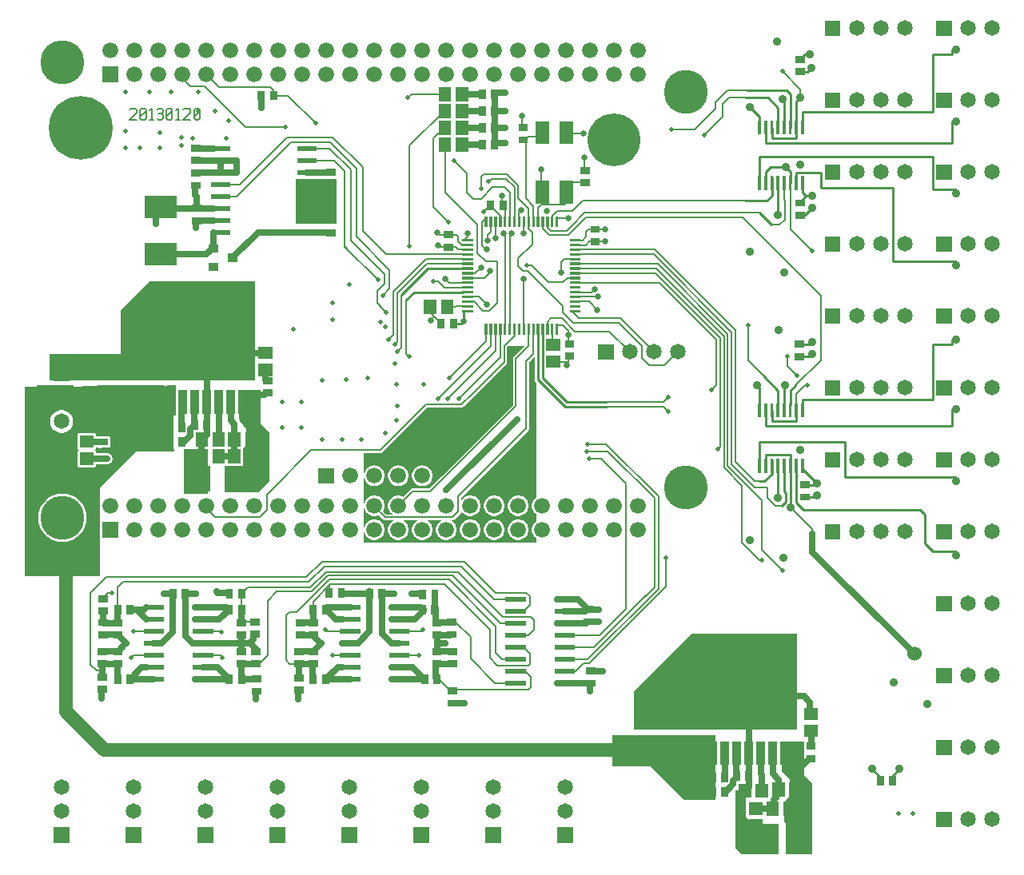
<source format=gbr>
G04 start of page 2 for group 0 idx 0 *
G04 Title: 971 BBB Cape, top *
G04 Creator: pcb 20110918 *
G04 CreationDate: Mon Jan 20 21:04:42 2014 UTC *
G04 For: brians *
G04 Format: Gerber/RS-274X *
G04 PCB-Dimensions: 500000 400000 *
G04 PCB-Coordinate-Origin: lower left *
%MOIN*%
%FSLAX25Y25*%
%LNTOP*%
%ADD208C,0.2460*%
%ADD207C,0.0460*%
%ADD206C,0.2000*%
%ADD205C,0.1285*%
%ADD204C,0.0350*%
%ADD203C,0.0600*%
%ADD202C,0.0360*%
%ADD201C,0.0200*%
%ADD200R,0.0550X0.0550*%
%ADD199R,0.0948X0.0948*%
%ADD198R,0.0110X0.0110*%
%ADD197R,0.0340X0.0340*%
%ADD196R,0.0130X0.0130*%
%ADD195R,0.0350X0.0350*%
%ADD194R,0.0295X0.0295*%
%ADD193R,0.0200X0.0200*%
%ADD192R,0.0512X0.0512*%
%ADD191R,0.2106X0.2106*%
%ADD190C,0.2660*%
%ADD189C,0.0660*%
%ADD188C,0.2200*%
%ADD187C,0.1830*%
%ADD186C,0.0650*%
%ADD185C,0.0550*%
%ADD184C,0.0400*%
%ADD183C,0.0250*%
%ADD182C,0.0080*%
%ADD181C,0.0100*%
%ADD180C,0.0001*%
G54D180*G36*
X182941Y321000D02*X199941D01*
Y302500D01*
X182941D01*
Y321000D01*
G37*
G36*
X267324Y200573D02*X271324D01*
Y196573D01*
X267324D01*
Y200573D01*
G37*
G36*
X271324D01*
Y196573D01*
X267324D01*
Y200573D01*
G37*
G36*
X258824Y193573D02*X262824D01*
Y189573D01*
X258824D01*
Y193573D01*
G37*
G36*
X241824Y204073D02*X245824D01*
Y200073D01*
X241824D01*
Y204073D01*
G37*
G36*
X249824Y212573D02*X253824D01*
Y208573D01*
X249824D01*
Y212573D01*
G37*
G36*
X267824Y233573D02*X271824D01*
Y229573D01*
X267824D01*
Y233573D01*
G37*
G36*
X323941Y107499D02*X347941Y131499D01*
X391941D01*
Y91499D01*
X323941D01*
Y107499D01*
G37*
G36*
X314941Y89000D02*X357941D01*
Y62000D01*
X344941D01*
X330941Y76000D01*
X314941D01*
Y89000D01*
G37*
G36*
X385941Y86499D02*X394941D01*
Y72499D01*
X398441Y68999D01*
Y39500D01*
X387441D01*
Y61999D01*
X388941Y63499D01*
Y71499D01*
X385941Y74499D01*
Y86499D01*
G37*
G36*
X366441Y66000D02*X370398D01*
X370441Y52000D01*
X384441D01*
Y39500D01*
X368941D01*
X366441Y42000D01*
Y66000D01*
G37*
G36*
X275792Y211941D02*X280021Y216170D01*
X280057Y216201D01*
X280180Y216344D01*
X280180Y216344D01*
X280279Y216506D01*
X280351Y216680D01*
X280395Y216864D01*
X280410Y217052D01*
X280406Y217099D01*
Y244696D01*
X282630Y246920D01*
Y237610D01*
X282625Y237551D01*
X282644Y237316D01*
X282699Y237086D01*
X282789Y236868D01*
X282913Y236667D01*
X283066Y236487D01*
X283111Y236449D01*
X283441Y236119D01*
Y188427D01*
X283264Y188319D01*
X282749Y187879D01*
X282309Y187364D01*
X281956Y186787D01*
X281697Y186162D01*
X281539Y185504D01*
X281486Y184829D01*
X281539Y184154D01*
X281697Y183496D01*
X281956Y182871D01*
X282309Y182294D01*
X282749Y181779D01*
X283264Y181339D01*
X283441Y181231D01*
Y178427D01*
X283264Y178319D01*
X282749Y177879D01*
X282309Y177364D01*
X281956Y176787D01*
X281697Y176162D01*
X281539Y175504D01*
X281486Y174829D01*
X281539Y174154D01*
X281697Y173496D01*
X281956Y172871D01*
X282309Y172294D01*
X282749Y171779D01*
X283264Y171339D01*
X283441Y171231D01*
Y169500D01*
X275792D01*
Y170516D01*
X275799Y170516D01*
X276474Y170569D01*
X277132Y170727D01*
X277757Y170986D01*
X278334Y171339D01*
X278849Y171779D01*
X279289Y172294D01*
X279642Y172871D01*
X279901Y173496D01*
X280059Y174154D01*
X280099Y174829D01*
X280059Y175504D01*
X279901Y176162D01*
X279642Y176787D01*
X279289Y177364D01*
X278849Y177879D01*
X278334Y178319D01*
X277757Y178672D01*
X277132Y178931D01*
X276474Y179089D01*
X275799Y179142D01*
X275792Y179142D01*
Y180516D01*
X275799Y180516D01*
X276474Y180569D01*
X277132Y180727D01*
X277757Y180986D01*
X278334Y181339D01*
X278849Y181779D01*
X279289Y182294D01*
X279642Y182871D01*
X279901Y183496D01*
X280059Y184154D01*
X280099Y184829D01*
X280059Y185504D01*
X279901Y186162D01*
X279642Y186787D01*
X279289Y187364D01*
X278849Y187879D01*
X278334Y188319D01*
X277757Y188672D01*
X277132Y188931D01*
X276474Y189089D01*
X275799Y189142D01*
X275792Y189142D01*
Y211941D01*
G37*
G36*
X269438Y205587D02*X275792Y211941D01*
Y189142D01*
X275124Y189089D01*
X274466Y188931D01*
X273841Y188672D01*
X273264Y188319D01*
X272749Y187879D01*
X272309Y187364D01*
X271956Y186787D01*
X271697Y186162D01*
X271539Y185504D01*
X271486Y184829D01*
X271539Y184154D01*
X271697Y183496D01*
X271956Y182871D01*
X272309Y182294D01*
X272749Y181779D01*
X273264Y181339D01*
X273841Y180986D01*
X274466Y180727D01*
X275124Y180569D01*
X275792Y180516D01*
Y179142D01*
X275124Y179089D01*
X274466Y178931D01*
X273841Y178672D01*
X273264Y178319D01*
X272749Y177879D01*
X272309Y177364D01*
X271956Y176787D01*
X271697Y176162D01*
X271539Y175504D01*
X271486Y174829D01*
X271539Y174154D01*
X271697Y173496D01*
X271956Y172871D01*
X272309Y172294D01*
X272749Y171779D01*
X273264Y171339D01*
X273841Y170986D01*
X274466Y170727D01*
X275124Y170569D01*
X275792Y170516D01*
Y169500D01*
X269438D01*
Y172538D01*
X269642Y172871D01*
X269901Y173496D01*
X270059Y174154D01*
X270099Y174829D01*
X270059Y175504D01*
X269901Y176162D01*
X269642Y176787D01*
X269438Y177120D01*
Y182538D01*
X269642Y182871D01*
X269901Y183496D01*
X270059Y184154D01*
X270099Y184829D01*
X270059Y185504D01*
X269901Y186162D01*
X269642Y186787D01*
X269438Y187120D01*
Y196695D01*
X269441Y196694D01*
X269723Y196717D01*
X269999Y196783D01*
X270261Y196891D01*
X270502Y197039D01*
X270718Y197223D01*
X270902Y197439D01*
X271050Y197680D01*
X271158Y197942D01*
X271224Y198218D01*
X271241Y198500D01*
X271224Y198782D01*
X271158Y199058D01*
X271050Y199320D01*
X270902Y199561D01*
X270718Y199777D01*
X270502Y199961D01*
X270261Y200109D01*
X269999Y200217D01*
X269723Y200283D01*
X269441Y200306D01*
X269438Y200305D01*
Y205587D01*
G37*
G36*
X260938Y197087D02*X269438Y205587D01*
Y200305D01*
X269159Y200283D01*
X268883Y200217D01*
X268621Y200109D01*
X268380Y199961D01*
X268164Y199777D01*
X267980Y199561D01*
X267832Y199320D01*
X267724Y199058D01*
X267658Y198782D01*
X267635Y198500D01*
X267658Y198218D01*
X267724Y197942D01*
X267832Y197680D01*
X267980Y197439D01*
X268164Y197223D01*
X268380Y197039D01*
X268621Y196891D01*
X268883Y196783D01*
X269159Y196717D01*
X269438Y196695D01*
Y187120D01*
X269289Y187364D01*
X268849Y187879D01*
X268334Y188319D01*
X267757Y188672D01*
X267132Y188931D01*
X266474Y189089D01*
X265799Y189142D01*
X265124Y189089D01*
X264466Y188931D01*
X263841Y188672D01*
X263264Y188319D01*
X262749Y187879D01*
X262309Y187364D01*
X261956Y186787D01*
X261697Y186162D01*
X261539Y185504D01*
X261486Y184829D01*
X261539Y184154D01*
X261697Y183496D01*
X261956Y182871D01*
X262309Y182294D01*
X262749Y181779D01*
X263264Y181339D01*
X263841Y180986D01*
X264466Y180727D01*
X265124Y180569D01*
X265799Y180516D01*
X266474Y180569D01*
X267132Y180727D01*
X267757Y180986D01*
X268334Y181339D01*
X268849Y181779D01*
X269289Y182294D01*
X269438Y182538D01*
Y177120D01*
X269289Y177364D01*
X268849Y177879D01*
X268334Y178319D01*
X267757Y178672D01*
X267132Y178931D01*
X266474Y179089D01*
X265799Y179142D01*
X265124Y179089D01*
X264466Y178931D01*
X263841Y178672D01*
X263264Y178319D01*
X262749Y177879D01*
X262309Y177364D01*
X261956Y176787D01*
X261697Y176162D01*
X261539Y175504D01*
X261486Y174829D01*
X261539Y174154D01*
X261697Y173496D01*
X261956Y172871D01*
X262309Y172294D01*
X262749Y171779D01*
X263264Y171339D01*
X263841Y170986D01*
X264466Y170727D01*
X265124Y170569D01*
X265799Y170516D01*
X266474Y170569D01*
X267132Y170727D01*
X267757Y170986D01*
X268334Y171339D01*
X268849Y171779D01*
X269289Y172294D01*
X269438Y172538D01*
Y169500D01*
X260938D01*
Y189695D01*
X260941Y189694D01*
X261223Y189717D01*
X261499Y189783D01*
X261761Y189891D01*
X262002Y190039D01*
X262218Y190223D01*
X262402Y190439D01*
X262550Y190680D01*
X262658Y190942D01*
X262724Y191218D01*
X262741Y191500D01*
X262724Y191782D01*
X262658Y192058D01*
X262550Y192320D01*
X262402Y192561D01*
X262218Y192777D01*
X262002Y192961D01*
X261761Y193109D01*
X261499Y193217D01*
X261223Y193283D01*
X260941Y193306D01*
X260938Y193305D01*
Y197087D01*
G37*
G36*
X269938Y243063D02*X270797Y243922D01*
X270833Y243953D01*
X270956Y244096D01*
X270956Y244097D01*
X270956Y244097D01*
X271020Y244202D01*
X271055Y244258D01*
Y244258D01*
X271055Y244258D01*
X271120Y244415D01*
X271127Y244432D01*
X271127Y244432D01*
X271127Y244432D01*
X271148Y244519D01*
X271171Y244616D01*
Y244616D01*
X271171Y244616D01*
X271186Y244804D01*
X271182Y244851D01*
Y251016D01*
X271666Y251500D01*
X278449D01*
X273987Y247038D01*
X273951Y247007D01*
X273828Y246864D01*
X273729Y246702D01*
X273657Y246528D01*
X273613Y246344D01*
X273598Y246156D01*
X273602Y246109D01*
Y226938D01*
X269938Y223274D01*
Y229695D01*
X269941Y229694D01*
X270223Y229717D01*
X270499Y229783D01*
X270761Y229891D01*
X271002Y230039D01*
X271218Y230223D01*
X271402Y230439D01*
X271550Y230680D01*
X271658Y230942D01*
X271724Y231218D01*
X271741Y231500D01*
X271724Y231782D01*
X271658Y232058D01*
X271550Y232320D01*
X271402Y232561D01*
X271218Y232777D01*
X271002Y232961D01*
X270761Y233109D01*
X270499Y233217D01*
X270223Y233283D01*
X269941Y233306D01*
X269938Y233305D01*
Y243063D01*
G37*
G36*
X260938Y234062D02*X269938Y243063D01*
Y233305D01*
X269659Y233283D01*
X269383Y233217D01*
X269121Y233109D01*
X268880Y232961D01*
X268664Y232777D01*
X268480Y232561D01*
X268332Y232320D01*
X268224Y232058D01*
X268158Y231782D01*
X268135Y231500D01*
X268158Y231218D01*
X268224Y230942D01*
X268332Y230680D01*
X268480Y230439D01*
X268664Y230223D01*
X268880Y230039D01*
X269121Y229891D01*
X269383Y229783D01*
X269659Y229717D01*
X269938Y229695D01*
Y223274D01*
X260938Y214274D01*
Y234062D01*
G37*
G36*
X251938Y181684D02*X251986Y181762D01*
X251986Y181762D01*
X251987Y181763D01*
X252017Y181837D01*
X252059Y181937D01*
X252059Y181937D01*
X252059Y181937D01*
X252079Y182020D01*
X252103Y182120D01*
X252103Y182121D01*
X252103Y182121D01*
X252103Y182122D01*
X252118Y182309D01*
X252114Y182356D01*
Y182613D01*
X252309Y182294D01*
X252749Y181779D01*
X253264Y181339D01*
X253841Y180986D01*
X254466Y180727D01*
X255124Y180569D01*
X255799Y180516D01*
X256474Y180569D01*
X257132Y180727D01*
X257757Y180986D01*
X258334Y181339D01*
X258849Y181779D01*
X259289Y182294D01*
X259642Y182871D01*
X259901Y183496D01*
X260059Y184154D01*
X260099Y184829D01*
X260059Y185504D01*
X259901Y186162D01*
X259642Y186787D01*
X259289Y187364D01*
X258849Y187879D01*
X258334Y188319D01*
X257757Y188672D01*
X257132Y188931D01*
X256474Y189089D01*
X255799Y189142D01*
X255124Y189089D01*
X254466Y188931D01*
X253841Y188672D01*
X253264Y188319D01*
X252749Y187879D01*
X252309Y187364D01*
X252114Y187045D01*
Y188263D01*
X260938Y197087D01*
Y193305D01*
X260659Y193283D01*
X260383Y193217D01*
X260121Y193109D01*
X259880Y192961D01*
X259664Y192777D01*
X259480Y192561D01*
X259332Y192320D01*
X259224Y192058D01*
X259158Y191782D01*
X259135Y191500D01*
X259158Y191218D01*
X259224Y190942D01*
X259332Y190680D01*
X259480Y190439D01*
X259664Y190223D01*
X259880Y190039D01*
X260121Y189891D01*
X260383Y189783D01*
X260659Y189717D01*
X260938Y189695D01*
Y169500D01*
X251938D01*
Y172913D01*
X251956Y172871D01*
X252309Y172294D01*
X252749Y171779D01*
X253264Y171339D01*
X253841Y170986D01*
X254466Y170727D01*
X255124Y170569D01*
X255799Y170516D01*
X256474Y170569D01*
X257132Y170727D01*
X257757Y170986D01*
X258334Y171339D01*
X258849Y171779D01*
X259289Y172294D01*
X259642Y172871D01*
X259901Y173496D01*
X260059Y174154D01*
X260099Y174829D01*
X260059Y175504D01*
X259901Y176162D01*
X259642Y176787D01*
X259289Y177364D01*
X258849Y177879D01*
X258334Y178319D01*
X257757Y178672D01*
X257132Y178931D01*
X256474Y179089D01*
X255799Y179142D01*
X255124Y179089D01*
X254466Y178931D01*
X253841Y178672D01*
X253264Y178319D01*
X252749Y177879D01*
X252309Y177364D01*
X251956Y176787D01*
X251938Y176745D01*
Y181684D01*
G37*
G36*
Y225845D02*X252176D01*
X252223Y225841D01*
X252411Y225856D01*
X252595Y225900D01*
X252769Y225972D01*
X252931Y226071D01*
X253074Y226194D01*
X253105Y226230D01*
X257627Y230751D01*
X257637Y230764D01*
X257659Y230783D01*
X260938Y234062D01*
Y214274D01*
X251938Y205274D01*
Y208695D01*
X251941Y208694D01*
X252223Y208717D01*
X252499Y208783D01*
X252761Y208891D01*
X253002Y209039D01*
X253218Y209223D01*
X253402Y209439D01*
X253550Y209680D01*
X253658Y209942D01*
X253724Y210218D01*
X253741Y210500D01*
X253724Y210782D01*
X253658Y211058D01*
X253550Y211320D01*
X253402Y211561D01*
X253218Y211777D01*
X253002Y211961D01*
X252761Y212109D01*
X252499Y212217D01*
X252223Y212283D01*
X251941Y212306D01*
X251938Y212305D01*
Y225845D01*
G37*
G36*
X243938Y170946D02*X244466Y170727D01*
X245124Y170569D01*
X245799Y170516D01*
X246474Y170569D01*
X247132Y170727D01*
X247757Y170986D01*
X248334Y171339D01*
X248849Y171779D01*
X249289Y172294D01*
X249642Y172871D01*
X249901Y173496D01*
X250059Y174154D01*
X250099Y174829D01*
X250059Y175504D01*
X249901Y176162D01*
X249642Y176787D01*
X249289Y177364D01*
X248849Y177879D01*
X248334Y178319D01*
X247757Y178672D01*
X247504Y178777D01*
X248534D01*
X248581Y178773D01*
X248769Y178788D01*
X248769Y178788D01*
X248769Y178788D01*
X248895Y178818D01*
X248953Y178832D01*
X248953Y178832D01*
X248953Y178832D01*
X249061Y178877D01*
X249127Y178904D01*
X249127Y178904D01*
X249127Y178904D01*
X249231Y178968D01*
X249288Y179003D01*
X249288Y179003D01*
X249289Y179003D01*
X249432Y179126D01*
X249463Y179162D01*
X251729Y181427D01*
X251765Y181458D01*
X251887Y181600D01*
X251888Y181601D01*
X251888Y181601D01*
X251888Y181601D01*
X251931Y181671D01*
X251938Y181684D01*
Y176745D01*
X251697Y176162D01*
X251539Y175504D01*
X251486Y174829D01*
X251539Y174154D01*
X251697Y173496D01*
X251938Y172913D01*
Y169500D01*
X243938D01*
Y170946D01*
G37*
G36*
Y178777D02*X244094D01*
X243938Y178712D01*
Y178777D01*
G37*
G36*
Y225845D02*X251938D01*
Y212305D01*
X251659Y212283D01*
X251383Y212217D01*
X251121Y212109D01*
X250880Y211961D01*
X250664Y211777D01*
X250480Y211561D01*
X250332Y211320D01*
X250224Y211058D01*
X250158Y210782D01*
X250135Y210500D01*
X250158Y210218D01*
X250224Y209942D01*
X250332Y209680D01*
X250480Y209439D01*
X250664Y209223D01*
X250880Y209039D01*
X251121Y208891D01*
X251383Y208783D01*
X251659Y208717D01*
X251938Y208695D01*
Y205274D01*
X243938Y197274D01*
Y200195D01*
X243941Y200194D01*
X244223Y200217D01*
X244499Y200283D01*
X244761Y200391D01*
X245002Y200539D01*
X245218Y200723D01*
X245402Y200939D01*
X245550Y201180D01*
X245658Y201442D01*
X245724Y201718D01*
X245741Y202000D01*
X245724Y202282D01*
X245658Y202558D01*
X245550Y202820D01*
X245402Y203061D01*
X245218Y203277D01*
X245002Y203461D01*
X244761Y203609D01*
X244499Y203717D01*
X244223Y203783D01*
X243941Y203806D01*
X243938Y203805D01*
Y225845D01*
G37*
G36*
X215792Y180516D02*X215799Y180516D01*
X216474Y180569D01*
X217132Y180727D01*
X217674Y180951D01*
X219463Y179162D01*
X219494Y179126D01*
X219637Y179003D01*
X219637Y179003D01*
X219799Y178904D01*
X219973Y178832D01*
X220157Y178788D01*
X220345Y178773D01*
X220392Y178777D01*
X224094D01*
X223841Y178672D01*
X223264Y178319D01*
X222749Y177879D01*
X222309Y177364D01*
X221956Y176787D01*
X221697Y176162D01*
X221539Y175504D01*
X221486Y174829D01*
X221539Y174154D01*
X221697Y173496D01*
X221956Y172871D01*
X222309Y172294D01*
X222749Y171779D01*
X223264Y171339D01*
X223841Y170986D01*
X224466Y170727D01*
X225124Y170569D01*
X225799Y170516D01*
X226474Y170569D01*
X227132Y170727D01*
X227757Y170986D01*
X228334Y171339D01*
X228849Y171779D01*
X229289Y172294D01*
X229642Y172871D01*
X229901Y173496D01*
X230059Y174154D01*
X230099Y174829D01*
X230059Y175504D01*
X229901Y176162D01*
X229642Y176787D01*
X229289Y177364D01*
X228849Y177879D01*
X228334Y178319D01*
X227757Y178672D01*
X227504Y178777D01*
X233567D01*
X233567Y178777D01*
X234094D01*
X233841Y178672D01*
X233264Y178319D01*
X232749Y177879D01*
X232309Y177364D01*
X231956Y176787D01*
X231697Y176162D01*
X231539Y175504D01*
X231486Y174829D01*
X231539Y174154D01*
X231697Y173496D01*
X231956Y172871D01*
X232309Y172294D01*
X232749Y171779D01*
X233264Y171339D01*
X233841Y170986D01*
X234466Y170727D01*
X235124Y170569D01*
X235799Y170516D01*
X236474Y170569D01*
X237132Y170727D01*
X237757Y170986D01*
X238334Y171339D01*
X238849Y171779D01*
X239289Y172294D01*
X239642Y172871D01*
X239901Y173496D01*
X240059Y174154D01*
X240099Y174829D01*
X240059Y175504D01*
X239901Y176162D01*
X239642Y176787D01*
X239289Y177364D01*
X238849Y177879D01*
X238334Y178319D01*
X237757Y178672D01*
X237504Y178777D01*
X243938D01*
Y178712D01*
X243841Y178672D01*
X243264Y178319D01*
X242749Y177879D01*
X242309Y177364D01*
X241956Y176787D01*
X241697Y176162D01*
X241539Y175504D01*
X241486Y174829D01*
X241539Y174154D01*
X241697Y173496D01*
X241956Y172871D01*
X242309Y172294D01*
X242749Y171779D01*
X243264Y171339D01*
X243841Y170986D01*
X243938Y170946D01*
Y169500D01*
X215792D01*
Y170516D01*
X215799Y170516D01*
X216474Y170569D01*
X217132Y170727D01*
X217757Y170986D01*
X218334Y171339D01*
X218849Y171779D01*
X219289Y172294D01*
X219642Y172871D01*
X219901Y173496D01*
X220059Y174154D01*
X220099Y174829D01*
X220059Y175504D01*
X219901Y176162D01*
X219642Y176787D01*
X219289Y177364D01*
X218849Y177879D01*
X218334Y178319D01*
X217757Y178672D01*
X217132Y178931D01*
X216474Y179089D01*
X215799Y179142D01*
X215792Y179142D01*
Y180516D01*
G37*
G36*
X235792Y223699D02*X237938Y225845D01*
X243938D01*
Y203805D01*
X243659Y203783D01*
X243383Y203717D01*
X243121Y203609D01*
X242880Y203461D01*
X242664Y203277D01*
X242480Y203061D01*
X242332Y202820D01*
X242224Y202558D01*
X242158Y202282D01*
X242135Y202000D01*
X242158Y201718D01*
X242224Y201442D01*
X242332Y201180D01*
X242480Y200939D01*
X242664Y200723D01*
X242880Y200539D01*
X243121Y200391D01*
X243383Y200283D01*
X243659Y200217D01*
X243938Y200195D01*
Y197274D01*
X238686Y192022D01*
X235792D01*
Y193016D01*
X235799Y193016D01*
X236474Y193069D01*
X237132Y193227D01*
X237757Y193486D01*
X238334Y193839D01*
X238849Y194279D01*
X239289Y194794D01*
X239642Y195371D01*
X239901Y195996D01*
X240059Y196654D01*
X240099Y197329D01*
X240059Y198004D01*
X239901Y198662D01*
X239642Y199287D01*
X239289Y199864D01*
X238849Y200379D01*
X238334Y200819D01*
X237757Y201172D01*
X237132Y201431D01*
X236474Y201589D01*
X235799Y201642D01*
X235792Y201642D01*
Y223699D01*
G37*
G36*
X225792Y213699D02*X235792Y223699D01*
Y201642D01*
X235124Y201589D01*
X234466Y201431D01*
X233841Y201172D01*
X233264Y200819D01*
X232749Y200379D01*
X232309Y199864D01*
X231956Y199287D01*
X231697Y198662D01*
X231539Y198004D01*
X231486Y197329D01*
X231539Y196654D01*
X231697Y195996D01*
X231956Y195371D01*
X232309Y194794D01*
X232749Y194279D01*
X233264Y193839D01*
X233841Y193486D01*
X234466Y193227D01*
X235124Y193069D01*
X235792Y193016D01*
Y192022D01*
X231887D01*
X231840Y192026D01*
X231652Y192011D01*
X231468Y191967D01*
X231294Y191895D01*
X231132Y191796D01*
X231132Y191796D01*
X230989Y191673D01*
X230958Y191637D01*
X227903Y188583D01*
X227757Y188672D01*
X227132Y188931D01*
X226474Y189089D01*
X225799Y189142D01*
X225792Y189142D01*
Y193016D01*
X225799Y193016D01*
X226474Y193069D01*
X227132Y193227D01*
X227757Y193486D01*
X228334Y193839D01*
X228849Y194279D01*
X229289Y194794D01*
X229642Y195371D01*
X229901Y195996D01*
X230059Y196654D01*
X230099Y197329D01*
X230059Y198004D01*
X229901Y198662D01*
X229642Y199287D01*
X229289Y199864D01*
X228849Y200379D01*
X228334Y200819D01*
X227757Y201172D01*
X227132Y201431D01*
X226474Y201589D01*
X225799Y201642D01*
X225792Y201642D01*
Y213699D01*
G37*
G36*
X218349Y206800D02*X218396Y206796D01*
X218584Y206811D01*
X218584Y206811D01*
X218768Y206855D01*
X218942Y206927D01*
X219104Y207026D01*
X219247Y207149D01*
X219278Y207185D01*
X225792Y213699D01*
Y201642D01*
X225124Y201589D01*
X224466Y201431D01*
X223841Y201172D01*
X223264Y200819D01*
X222749Y200379D01*
X222309Y199864D01*
X221956Y199287D01*
X221697Y198662D01*
X221539Y198004D01*
X221486Y197329D01*
X221539Y196654D01*
X221697Y195996D01*
X221956Y195371D01*
X222309Y194794D01*
X222749Y194279D01*
X223264Y193839D01*
X223841Y193486D01*
X224466Y193227D01*
X225124Y193069D01*
X225792Y193016D01*
Y189142D01*
X225124Y189089D01*
X224466Y188931D01*
X223841Y188672D01*
X223264Y188319D01*
X222749Y187879D01*
X222309Y187364D01*
X221956Y186787D01*
X221697Y186162D01*
X221539Y185504D01*
X221486Y184829D01*
X221539Y184154D01*
X221697Y183496D01*
X221956Y182871D01*
X222309Y182294D01*
X222749Y181779D01*
X223264Y181339D01*
X223529Y181177D01*
X220842D01*
X219454Y182565D01*
X219642Y182871D01*
X219901Y183496D01*
X220059Y184154D01*
X220099Y184829D01*
X220059Y185504D01*
X219901Y186162D01*
X219642Y186787D01*
X219289Y187364D01*
X218849Y187879D01*
X218334Y188319D01*
X217757Y188672D01*
X217132Y188931D01*
X216474Y189089D01*
X215799Y189142D01*
X215792Y189142D01*
Y193016D01*
X215799Y193016D01*
X216474Y193069D01*
X217132Y193227D01*
X217757Y193486D01*
X218334Y193839D01*
X218849Y194279D01*
X219289Y194794D01*
X219642Y195371D01*
X219901Y195996D01*
X220059Y196654D01*
X220099Y197329D01*
X220059Y198004D01*
X219901Y198662D01*
X219642Y199287D01*
X219289Y199864D01*
X218849Y200379D01*
X218334Y200819D01*
X217757Y201172D01*
X217132Y201431D01*
X216474Y201589D01*
X215799Y201642D01*
X215792Y201642D01*
Y206800D01*
X218349D01*
G37*
G36*
X215792Y189142D02*X215124Y189089D01*
X214466Y188931D01*
X213841Y188672D01*
X213264Y188319D01*
X212749Y187879D01*
X212309Y187364D01*
X211956Y186787D01*
X211697Y186162D01*
X211539Y185504D01*
X211486Y184829D01*
X211539Y184154D01*
X211697Y183496D01*
X211956Y182871D01*
X212309Y182294D01*
X212749Y181779D01*
X213264Y181339D01*
X213841Y180986D01*
X214466Y180727D01*
X215124Y180569D01*
X215792Y180516D01*
Y179142D01*
X215124Y179089D01*
X214466Y178931D01*
X213841Y178672D01*
X213264Y178319D01*
X212749Y177879D01*
X212309Y177364D01*
X211956Y176787D01*
X211697Y176162D01*
X211539Y175504D01*
X211486Y174829D01*
X211539Y174154D01*
X211697Y173496D01*
X211956Y172871D01*
X212309Y172294D01*
X212749Y171779D01*
X213264Y171339D01*
X213841Y170986D01*
X214466Y170727D01*
X215124Y170569D01*
X215792Y170516D01*
Y169500D01*
X211441D01*
Y206800D01*
X215792D01*
Y201642D01*
X215124Y201589D01*
X214466Y201431D01*
X213841Y201172D01*
X213264Y200819D01*
X212749Y200379D01*
X212309Y199864D01*
X211956Y199287D01*
X211697Y198662D01*
X211539Y198004D01*
X211486Y197329D01*
X211539Y196654D01*
X211697Y195996D01*
X211956Y195371D01*
X212309Y194794D01*
X212749Y194279D01*
X213264Y193839D01*
X213841Y193486D01*
X214466Y193227D01*
X215124Y193069D01*
X215792Y193016D01*
Y189142D01*
G37*
G36*
X80441Y248000D02*X109941D01*
Y266500D01*
X121941Y278500D01*
X165941D01*
Y237000D01*
X80441D01*
Y248000D01*
G37*
G36*
X74941Y235000D02*X90441D01*
Y225000D01*
X74941D01*
Y235000D01*
G37*
G36*
X100441D02*X115941D01*
Y225000D01*
X100441D01*
Y235000D01*
G37*
G36*
X112441D02*X127941D01*
Y225000D01*
X112441D01*
Y235000D01*
G37*
G36*
X117441D02*X132941Y234500D01*
Y225000D01*
X117441D01*
Y235000D01*
G37*
G36*
Y232500D02*X132941D01*
Y222500D01*
X117441D01*
Y232500D01*
G37*
G36*
X114941Y223000D02*X130441D01*
Y213000D01*
X114941D01*
Y223000D01*
G37*
G36*
X116441Y217500D02*X131941D01*
Y207500D01*
X116441D01*
Y217500D01*
G37*
G36*
X136592Y208393D02*X146455D01*
Y189940D01*
X136592D01*
Y208393D01*
G37*
G36*
X159441Y233000D02*X168441D01*
Y219000D01*
X171941Y215500D01*
Y195000D01*
X167441Y190500D01*
X153441D01*
Y201500D01*
X160941D01*
Y208500D01*
X162441Y210000D01*
Y218000D01*
X159441Y221000D01*
Y233000D01*
G37*
G36*
X116441Y224000D02*X131941D01*
Y214000D01*
X116441D01*
Y224000D01*
G37*
G36*
X99941D02*X115441D01*
Y214000D01*
X99941D01*
Y224000D01*
G37*
G36*
X85784Y194500D02*X101441D01*
Y155500D01*
X85784D01*
Y169749D01*
X85799Y169748D01*
X87376Y169872D01*
X88914Y170241D01*
X90376Y170847D01*
X91724Y171673D01*
X92927Y172701D01*
X93955Y173904D01*
X94781Y175252D01*
X95387Y176714D01*
X95756Y178252D01*
X95849Y179829D01*
X95756Y181406D01*
X95387Y182944D01*
X94781Y184406D01*
X93955Y185754D01*
X92927Y186957D01*
X91724Y187985D01*
X90376Y188811D01*
X88914Y189417D01*
X87376Y189786D01*
X85799Y189910D01*
X85784Y189909D01*
Y194500D01*
G37*
G36*
X69941D02*X85784D01*
Y189909D01*
X84222Y189786D01*
X82684Y189417D01*
X81222Y188811D01*
X79874Y187985D01*
X78671Y186957D01*
X77643Y185754D01*
X76817Y184406D01*
X76211Y182944D01*
X75842Y181406D01*
X75718Y179829D01*
X75842Y178252D01*
X76211Y176714D01*
X76817Y175252D01*
X77643Y173904D01*
X78671Y172701D01*
X79874Y171673D01*
X81222Y170847D01*
X82684Y170241D01*
X84222Y169872D01*
X85784Y169749D01*
Y155500D01*
X69941D01*
Y194500D01*
G37*
G36*
X102941Y228002D02*X113042Y228010D01*
X113195Y228047D01*
X113340Y228107D01*
X113475Y228189D01*
X113571Y228272D01*
X113667Y228189D01*
X113802Y228107D01*
X113947Y228047D01*
X114100Y228010D01*
X114257Y228001D01*
X125042Y228010D01*
X125195Y228047D01*
X125340Y228107D01*
X125475Y228189D01*
X125594Y228292D01*
X125697Y228411D01*
X125779Y228546D01*
X125839Y228691D01*
X125876Y228844D01*
X125885Y229001D01*
X125876Y234276D01*
X125839Y234429D01*
X125779Y234574D01*
X125697Y234709D01*
X125594Y234828D01*
X125475Y234931D01*
X125458Y234941D01*
X132941Y235000D01*
X132922Y233953D01*
X132850Y233971D01*
X132693Y233980D01*
X129032Y233971D01*
X128879Y233934D01*
X128734Y233874D01*
X128599Y233792D01*
X128480Y233689D01*
X128377Y233570D01*
X128295Y233435D01*
X128235Y233290D01*
X128198Y233137D01*
X128189Y232980D01*
X128198Y223020D01*
X128203Y223000D01*
Y219972D01*
X128165Y219928D01*
X128083Y219793D01*
X128023Y219648D01*
X127986Y219495D01*
X127977Y219338D01*
X127986Y215245D01*
X128023Y215092D01*
X128083Y214947D01*
X128165Y214812D01*
X128203Y214768D01*
Y213972D01*
X128165Y213928D01*
X128083Y213793D01*
X128023Y213648D01*
X127986Y213495D01*
X127977Y213338D01*
X127986Y209245D01*
X128023Y209092D01*
X128083Y208947D01*
X128165Y208812D01*
X128268Y208693D01*
X128387Y208590D01*
X128522Y208508D01*
X128667Y208448D01*
X128820Y208411D01*
X128977Y208402D01*
X132086Y208411D01*
X132239Y208448D01*
X132384Y208508D01*
X132460Y208555D01*
X132441Y207500D01*
X116441D01*
X102941Y194000D01*
Y202250D01*
X104441D01*
X104794Y202271D01*
X105138Y202354D01*
X105466Y202489D01*
X105768Y202674D01*
X106037Y202904D01*
X106267Y203173D01*
X106452Y203475D01*
X106587Y203803D01*
X106670Y204147D01*
X106698Y204500D01*
X106670Y204853D01*
X106587Y205197D01*
X106452Y205525D01*
X106267Y205827D01*
X106037Y206096D01*
X105768Y206326D01*
X105466Y206511D01*
X105138Y206646D01*
X104794Y206729D01*
X104441Y206750D01*
X102941D01*
Y208969D01*
X105066Y208974D01*
X105219Y209011D01*
X105364Y209071D01*
X105499Y209153D01*
X105618Y209256D01*
X105721Y209375D01*
X105803Y209510D01*
X105863Y209655D01*
X105900Y209808D01*
X105909Y209965D01*
X105900Y213074D01*
X105863Y213227D01*
X105803Y213372D01*
X105721Y213507D01*
X105618Y213626D01*
X105499Y213729D01*
X105364Y213811D01*
X105219Y213871D01*
X105066Y213908D01*
X104909Y213917D01*
X102941Y213913D01*
Y214087D01*
X105066Y214092D01*
X105219Y214129D01*
X105364Y214189D01*
X105499Y214271D01*
X105618Y214374D01*
X105721Y214493D01*
X105803Y214628D01*
X105863Y214773D01*
X105900Y214926D01*
X105909Y215083D01*
X105900Y218192D01*
X105863Y218345D01*
X105803Y218490D01*
X105721Y218625D01*
X105618Y218744D01*
X105499Y218847D01*
X105364Y218929D01*
X105219Y218989D01*
X105066Y219026D01*
X104909Y219035D01*
X102941Y219031D01*
Y228002D01*
G37*
G36*
Y206750D02*X99884D01*
X99884Y207173D01*
X99847Y207326D01*
X99787Y207471D01*
X99705Y207606D01*
X99602Y207725D01*
X99483Y207828D01*
X99348Y207910D01*
X99203Y207970D01*
X99078Y208000D01*
X99203Y208030D01*
X99348Y208090D01*
X99483Y208172D01*
X99602Y208275D01*
X99705Y208394D01*
X99787Y208529D01*
X99847Y208674D01*
X99884Y208827D01*
X99893Y208984D01*
X99892Y209293D01*
X100232D01*
X100264Y209256D01*
X100383Y209153D01*
X100518Y209071D01*
X100663Y209011D01*
X100816Y208974D01*
X100973Y208965D01*
X102941Y208969D01*
Y206750D01*
G37*
G36*
X85434Y225236D02*X85441Y225235D01*
X86186Y225294D01*
X86913Y225469D01*
X87604Y225755D01*
X88242Y226145D01*
X88810Y226631D01*
X89296Y227199D01*
X89686Y227837D01*
X89972Y228528D01*
X90147Y229255D01*
X90191Y230000D01*
X90147Y230745D01*
X89972Y231472D01*
X89686Y232163D01*
X89296Y232801D01*
X88810Y233369D01*
X88242Y233855D01*
X87604Y234245D01*
X86913Y234531D01*
X86497Y234631D01*
X101481Y234750D01*
X101445Y234709D01*
X101363Y234574D01*
X101303Y234429D01*
X101266Y234276D01*
X101257Y234119D01*
X101266Y228844D01*
X101303Y228691D01*
X101363Y228546D01*
X101445Y228411D01*
X101548Y228292D01*
X101667Y228189D01*
X101802Y228107D01*
X101947Y228047D01*
X102100Y228010D01*
X102257Y228001D01*
X102941Y228002D01*
Y219031D01*
X100816Y219026D01*
X100663Y218989D01*
X100518Y218929D01*
X100383Y218847D01*
X100264Y218744D01*
X100161Y218625D01*
X100079Y218490D01*
X100019Y218345D01*
X99982Y218192D01*
X99973Y218035D01*
X99982Y214926D01*
X100019Y214773D01*
X100079Y214628D01*
X100161Y214493D01*
X100264Y214374D01*
X100383Y214271D01*
X100518Y214189D01*
X100663Y214129D01*
X100816Y214092D01*
X100973Y214083D01*
X102941Y214087D01*
Y213913D01*
X100816Y213908D01*
X100663Y213871D01*
X100518Y213811D01*
X100489Y213793D01*
X99885D01*
X99884Y214259D01*
X99847Y214412D01*
X99787Y214557D01*
X99705Y214692D01*
X99602Y214811D01*
X99483Y214914D01*
X99348Y214996D01*
X99203Y215056D01*
X99050Y215093D01*
X98893Y215102D01*
X92832Y215093D01*
X92679Y215056D01*
X92534Y214996D01*
X92399Y214914D01*
X92280Y214811D01*
X92177Y214692D01*
X92095Y214557D01*
X92035Y214412D01*
X91998Y214259D01*
X91989Y214102D01*
X91998Y208827D01*
X92035Y208674D01*
X92095Y208529D01*
X92177Y208394D01*
X92280Y208275D01*
X92399Y208172D01*
X92534Y208090D01*
X92679Y208030D01*
X92804Y208000D01*
X92679Y207970D01*
X92534Y207910D01*
X92399Y207828D01*
X92280Y207725D01*
X92177Y207606D01*
X92095Y207471D01*
X92035Y207326D01*
X91998Y207173D01*
X91989Y207016D01*
X91998Y201741D01*
X92035Y201588D01*
X92095Y201443D01*
X92177Y201308D01*
X92280Y201189D01*
X92399Y201086D01*
X92534Y201004D01*
X92679Y200944D01*
X92832Y200907D01*
X92989Y200898D01*
X99050Y200907D01*
X99203Y200944D01*
X99348Y201004D01*
X99483Y201086D01*
X99602Y201189D01*
X99705Y201308D01*
X99787Y201443D01*
X99847Y201588D01*
X99884Y201741D01*
X99893Y201898D01*
X99892Y202250D01*
X102941D01*
Y194000D01*
X101941Y193000D01*
Y192500D01*
X85434D01*
Y215236D01*
X85441Y215235D01*
X86186Y215294D01*
X86913Y215469D01*
X87604Y215755D01*
X88242Y216145D01*
X88810Y216631D01*
X89296Y217199D01*
X89686Y217837D01*
X89972Y218528D01*
X90147Y219255D01*
X90191Y220000D01*
X90147Y220745D01*
X89972Y221472D01*
X89686Y222163D01*
X89296Y222801D01*
X88810Y223369D01*
X88242Y223855D01*
X87604Y224245D01*
X86913Y224531D01*
X86186Y224706D01*
X85441Y224765D01*
X85434Y224764D01*
Y225236D01*
G37*
G36*
X69941Y234500D02*X84313Y234614D01*
X83969Y234531D01*
X83278Y234245D01*
X82640Y233855D01*
X82072Y233369D01*
X81586Y232801D01*
X81196Y232163D01*
X80910Y231472D01*
X80735Y230745D01*
X80676Y230000D01*
X80735Y229255D01*
X80910Y228528D01*
X81196Y227837D01*
X81586Y227199D01*
X82072Y226631D01*
X82640Y226145D01*
X83278Y225755D01*
X83969Y225469D01*
X84696Y225294D01*
X85434Y225236D01*
Y224764D01*
X84696Y224706D01*
X83969Y224531D01*
X83278Y224245D01*
X82640Y223855D01*
X82072Y223369D01*
X81586Y222801D01*
X81196Y222163D01*
X80910Y221472D01*
X80735Y220745D01*
X80676Y220000D01*
X80735Y219255D01*
X80910Y218528D01*
X81196Y217837D01*
X81586Y217199D01*
X82072Y216631D01*
X82640Y216145D01*
X83278Y215755D01*
X83969Y215469D01*
X84696Y215294D01*
X85434Y215236D01*
Y192500D01*
X69941D01*
Y234500D01*
G37*
G54D181*X371215Y358262D02*X371157D01*
X387623D02*X371287D01*
X379941Y355000D02*X370441D01*
X384162Y344917D02*Y350779D01*
X379044Y340311D02*Y336000D01*
X381603Y342614D02*Y338000D01*
X384162Y350779D02*X379941Y355000D01*
X386720Y353721D02*X385941Y354500D01*
X381603Y338000D02*X391838D01*
X376485Y347145D02*X372441Y351189D01*
X376485Y342614D02*Y347145D01*
X389279Y342614D02*Y355913D01*
X386720Y342614D02*Y353721D01*
X458441Y375000D02*X456641D01*
Y373200D01*
X448750D01*
Y349250D01*
X458441Y345000D02*X456641D01*
Y336000D01*
X448750Y330300D02*X376485D01*
X448750D02*Y322775D01*
X376485Y330300D02*Y325219D01*
X456641Y336000D02*X379044D01*
X402250Y323839D02*X391838D01*
X458441Y316800D02*Y315000D01*
Y316800D02*X458250D01*
D03*
X448750D01*
Y328750D02*Y316800D01*
X391838Y323839D02*Y321689D01*
X394397Y319386D02*Y315434D01*
X379044Y319386D02*Y324000D01*
X379441Y312000D02*X370441D01*
X381603Y314162D02*X379441Y312000D01*
X381044Y326000D02*X387441D01*
X379044Y324000D02*X381044Y326000D01*
X389279Y319386D02*Y324162D01*
X387441Y326000D02*X389279Y324162D01*
X381603Y321689D02*Y314162D01*
X376485Y328750D02*Y321689D01*
X402250Y323839D02*Y317434D01*
X395831Y314000D02*X398441D01*
G54D182*X387172Y312000D02*X386720Y312452D01*
Y319386D01*
G54D181*X448750Y349250D02*X394397D01*
X391838Y338000D02*Y353397D01*
X394397Y349250D02*Y344917D01*
X393441Y365941D02*X396441D01*
X397941Y367441D01*
X397441Y373000D02*X395441D01*
X393441Y371000D01*
X389279Y356605D02*X387623Y358262D01*
X389279Y356005D02*Y356605D01*
X391838Y353397D02*X393441Y355000D01*
G54D182*Y358500D01*
X385941Y366000D02*X393441Y358500D01*
X306581Y273940D02*X307716Y275075D01*
X305390Y270003D02*X308872Y266522D01*
X297976Y273940D02*X306581D01*
X297976Y271971D02*X308992D01*
X297976Y270003D02*X305390D01*
X297976Y287719D02*X295178D01*
X297976Y279845D02*X296286D01*
X294441Y278000D01*
X295259Y287719D02*X293902Y286362D01*
Y282263D01*
X294482Y268095D02*Y265543D01*
X297976Y266066D02*X301042Y263000D01*
X318441D01*
X294482Y265543D02*X298803Y261222D01*
X317755D01*
X313869Y257572D02*X299592D01*
X294164Y263000D01*
G54D181*X295489Y226192D02*X312917D01*
X284130Y237551D02*X295489Y226192D01*
X296103Y228124D02*X312620D01*
X286099Y238128D02*X296103Y228124D01*
X284130Y260093D02*Y237551D01*
X286099Y260093D02*Y238128D01*
G54D182*X280193Y251547D02*Y258394D01*
X282162Y260093D02*Y248149D01*
X279206Y245193D02*Y230234D01*
X292004Y260093D02*X294441D01*
X274802Y246156D02*X280193Y251547D01*
X282162Y248149D02*X279206Y245193D01*
X296748Y252388D02*Y253650D01*
Y247270D02*Y245000D01*
X296662Y244914D01*
X290441D01*
X295937D02*Y243628D01*
X294348Y260093D02*X296748Y257693D01*
Y253693D01*
X290048Y252000D02*Y258394D01*
X289441Y263000D02*X288067Y261626D01*
Y258394D01*
X279890Y282687D02*X294482Y268095D01*
X294164Y263000D02*X289441D01*
X318441D02*X332441Y249000D01*
X317755Y261222D02*X327407Y251570D01*
Y246410D01*
X330486Y243331D01*
X313869Y257572D02*X322441Y249000D01*
X262477Y260093D02*Y253536D01*
X264445Y260093D02*Y251504D01*
X266414Y260093D02*X266441Y249500D01*
X274802Y246156D02*Y226441D01*
X256810Y231631D02*X269982Y244804D01*
X268382Y260093D02*Y246941D01*
X274288Y260093D02*Y255819D01*
X269982Y251513D01*
Y244804D01*
X257443Y270002D02*X261210Y266235D01*
X263795D01*
X266978Y269418D01*
X288066Y300735D02*X289428Y299372D01*
X286098Y300431D02*X288774Y297755D01*
X288066Y304963D02*Y300735D01*
X286098Y304963D02*Y300440D01*
Y300614D02*Y300440D01*
Y300475D02*Y300431D01*
X278224Y304963D02*Y298517D01*
X276255Y304963D02*Y307300D01*
X277174Y308219D01*
X266413Y304963D02*Y296594D01*
X264444Y304963D02*Y298992D01*
Y299125D02*X263240Y297921D01*
X262476Y304963D02*X260740Y303227D01*
Y293329D01*
X258841Y290090D02*Y302100D01*
X260740Y293329D02*X262240Y291829D01*
X262740D01*
X253106Y295592D02*X254740Y297226D01*
Y298329D01*
X263240Y297921D02*Y295329D01*
X270351Y295943D02*Y297933D01*
X272319Y295594D02*Y297672D01*
X270351Y297933D02*X269653Y298631D01*
X272319Y297672D02*X273229Y298582D01*
X253106Y270002D02*X257334D01*
X261609Y279844D02*X264034Y282269D01*
X266978Y286653D02*X262278D01*
X258841Y290090D01*
X274287Y304963D02*Y317689D01*
X275887Y312972D02*Y318352D01*
X280192Y308667D02*X275887Y312972D01*
X278941Y328992D02*Y313000D01*
X282161Y309780D01*
Y303264D01*
X278941Y328008D02*Y337500D01*
X280119Y338678D01*
X285430D01*
X277449Y342559D02*Y347500D01*
G54D183*X260839Y342992D02*X260347Y342500D01*
X265957Y349992D02*Y342500D01*
Y349992D02*X266449Y349500D01*
X270441D01*
X265957Y342500D02*X266000Y342457D01*
Y335500D01*
X265957Y342008D02*X266449Y342500D01*
X270441D01*
X266000Y335992D02*X266008Y336000D01*
X270441D01*
X266000Y356992D02*Y349500D01*
Y356992D02*X270441D01*
G54D182*X270708Y321267D02*X264708D01*
X271118Y323121D02*X261394D01*
X260568Y322295D01*
X264708Y321267D02*X263441Y320000D01*
X260568Y322295D02*Y316997D01*
X265196Y317738D02*X260348Y312890D01*
X257209D01*
X254546Y315552D01*
Y323347D01*
X264382Y310492D02*X261502Y307612D01*
X268381Y305826D02*X264382Y309825D01*
Y310000D01*
X261502Y307612D02*Y307367D01*
X274287Y317689D02*X270726Y321249D01*
X272318Y315385D02*X269965Y317738D01*
X265196D01*
X270350Y304963D02*Y309150D01*
X269500Y310000D01*
Y310492D02*X268941Y311051D01*
Y314000D01*
X272318Y304963D02*Y315385D01*
X268381Y304963D02*Y305826D01*
X303365Y324772D02*Y330000D01*
X296453Y340007D02*X302941D01*
X339837Y341827D02*X349316D01*
X358050Y350561D01*
X353390Y339521D02*X360933Y347064D01*
Y352336D01*
X358050Y350561D02*Y353251D01*
X363061Y358262D01*
X360933Y352336D02*X363598Y355000D01*
X371157Y358262D02*X363061D01*
X370441Y355000D02*X363598D01*
X307462Y300156D02*X312157D01*
X304176Y305229D02*X369319D01*
X303559Y307000D02*X376441D01*
X302670Y312000D02*X370441D01*
X297976Y283782D02*X333399D01*
X297976Y281814D02*X333104D01*
X297976Y277877D02*X334778D01*
X297976Y285751D02*X333942D01*
X297976Y289688D02*X332396D01*
X332251Y291656D02*X332761D01*
X371602Y260228D02*Y245343D01*
X377944Y239000D01*
X358441Y252000D02*Y235000D01*
X363241Y256452D02*Y255546D01*
X364841Y257243D02*Y256457D01*
X366441Y257976D02*Y256869D01*
X358441Y235000D02*X356441Y233000D01*
X312620Y228124D02*X336441D01*
X312917Y226192D02*X336441D01*
Y228124D02*X338441Y230124D01*
X336441Y226192D02*X338441Y224192D01*
X330486Y243331D02*X336772D01*
X342441Y249000D01*
X398441Y291000D02*X389279Y300162D01*
Y321689D02*Y300162D01*
X369319Y305229D02*X401986Y272561D01*
X387182Y304280D02*X384902Y302000D01*
X381441D01*
X387172Y304270D02*Y312000D01*
X333399Y283782D02*X361641Y255540D01*
X333104Y281814D02*X360041Y254877D01*
X334778Y277877D02*X358441Y254214D01*
Y252000D01*
X333942Y285751D02*X363241Y256452D01*
X332396Y289688D02*X364841Y257243D01*
X332761Y291656D02*X366441Y257976D01*
X396441Y235000D02*X395441D01*
X391838Y231397D01*
X401986Y245532D02*X391461Y235007D01*
X388207Y247280D02*Y242981D01*
X392188Y239000D01*
X401986Y272561D02*Y253764D01*
Y253878D02*Y245532D01*
X291991Y307772D02*X298420D01*
X295931Y299372D02*X297971Y301411D01*
X296702Y297755D02*X304176Y305229D01*
X292003Y304963D02*X296779D01*
X297938Y301378D02*X303559Y307000D01*
X289428Y299372D02*X295931D01*
X288774Y297755D02*X296702D01*
X297976Y295593D02*X302689D01*
X304230Y299288D02*X305098Y300156D01*
X303365Y319654D02*X298786D01*
X296453Y317321D01*
X294941Y310500D02*X296453Y312012D01*
Y317321D01*
X298441Y307772D02*X302670Y312000D01*
X305098Y300156D02*X307954D01*
X297976Y291656D02*X332557D01*
X302689Y295593D02*X304230Y297134D01*
Y299288D01*
X305357Y295038D02*X303944Y293625D01*
X299675D01*
X305357Y295038D02*X312122D01*
X290035Y305815D02*X291991Y307772D01*
X290035Y304963D02*Y305815D01*
X284129Y304963D02*Y309188D01*
X285441Y310500D01*
X294941D01*
X285430Y318650D02*Y325000D01*
X275887Y318352D02*X271118Y323121D01*
X280192Y308667D02*Y300309D01*
X281692Y298809D01*
Y293836D01*
X275876Y288020D01*
X294441Y278000D02*X288441D01*
X281441Y285000D01*
X279441D01*
X275876Y288020D02*Y284637D01*
X277826Y282687D01*
X279890D01*
X264034Y282269D02*Y282931D01*
X266978Y269418D02*Y286653D01*
G54D181*X387425Y186369D02*X385730Y184673D01*
G54D182*X379833Y188086D02*X383246Y184673D01*
X385730D01*
G54D181*X387441Y189962D02*Y186369D01*
X387479Y190000D02*X387441Y189962D01*
X386720Y190759D02*X387479Y190000D01*
X386720Y203689D02*Y190759D01*
X378441Y195000D02*X376441D01*
X381603Y198162D02*X378441Y195000D01*
X381603Y203689D02*Y198162D01*
G54D182*X379833Y192610D02*Y188086D01*
G54D181*X384162Y201386D02*Y188000D01*
G54D182*X366441Y203078D02*X374519Y195000D01*
X364841Y202092D02*X374323Y192610D01*
X363241Y201429D02*X377441Y187229D01*
X361641Y200700D02*X369127Y193214D01*
G54D183*X353282Y111500D02*X371941D01*
G54D182*X374519Y195000D02*X376510D01*
X374323Y192610D02*X379833D01*
G54D181*X387441Y186369D02*X387425D01*
X387441D03*
X391810Y186000D02*X394810Y183000D01*
X389279Y184162D02*X389441Y184000D01*
X389279Y187162D02*Y184162D01*
G54D182*X389441Y184000D02*X398441Y175000D01*
G54D181*X399882Y188441D02*X395441D01*
X400441Y189000D02*X399882Y188441D01*
X400000Y193559D02*X395441D01*
G54D182*X377441Y187229D02*Y168118D01*
Y166395D02*X386151Y157685D01*
X377441Y166395D02*Y168000D01*
X369127Y171314D03*
Y169388D02*Y193214D01*
Y169388D02*X376337Y162178D01*
X377347D01*
G54D181*X400441Y194000D02*X400000Y193559D01*
X391838Y199083D02*Y195535D01*
X458250Y196800D02*X412250D01*
X394397Y229250D02*Y226917D01*
X456641Y225000D02*Y218000D01*
X458441Y196800D02*Y195000D01*
Y196800D02*X458250D01*
D03*
X456641Y218000D02*X379044D01*
Y206000D02*X389279D01*
X379044Y201386D02*Y206000D01*
X389279Y201386D02*Y206000D01*
X391838Y224614D02*Y220000D01*
X391810Y195575D02*Y186000D01*
X391838Y195603D02*X391810Y195575D01*
X389279Y203689D02*Y187096D01*
X412250Y204300D02*Y196800D01*
Y211300D02*Y197300D01*
Y211300D02*X389117D01*
X391973Y197309D02*X391838D01*
X394441Y200000D02*X400441Y194000D01*
X401750Y211300D02*X376485D01*
Y203689D01*
Y208000D02*Y203689D01*
X445441Y169109D02*X448750Y165800D01*
X445441Y181000D02*Y169109D01*
X443441Y183000D02*X445441Y181000D01*
X458441Y165800D02*Y164000D01*
Y165800D02*X458250D01*
D03*
X448750D01*
X394810Y183000D02*X443441D01*
G54D182*X398441Y175000D02*Y173000D01*
G54D183*X440941Y123000D02*X398441Y165500D01*
Y173000D01*
G54D181*X432000Y72118D02*X434882Y75000D01*
X432000Y70000D02*Y72118D01*
X426882Y71559D02*X423441Y75000D01*
X426882Y70000D02*Y71559D01*
G54D183*X356823Y71992D02*X356941Y72110D01*
X376941Y73000D02*X377484Y72457D01*
X361941Y71992D02*Y81579D01*
X374549Y58500D02*X382780Y58501D01*
X382440Y61999D02*Y58501D01*
X366941Y84728D02*X366882Y84669D01*
X371941Y84728D02*X372000Y84669D01*
X366882D02*Y71999D01*
X372000Y84669D02*Y67602D01*
X370398Y66000D01*
X377484Y72457D02*Y66000D01*
X381941Y84728D02*Y73000D01*
X370398Y66393D02*X369441Y65436D01*
X366882Y71507D02*X365467Y70092D01*
Y68683D01*
X362284Y65500D01*
X369441Y65436D02*Y54500D01*
X372528Y51413D01*
X374548D01*
Y58499D02*X374549Y58500D01*
X371941Y118193D02*Y81579D01*
X397548Y98042D02*Y102892D01*
X394941Y105499D01*
X387441D01*
X397548Y90956D02*X397941Y90563D01*
Y84499D01*
X383441Y63000D02*X382440Y61999D01*
X386941Y84728D02*Y74499D01*
X376941Y84728D02*Y72999D01*
X390441Y70999D02*X390527Y66500D01*
Y66893D02*X390484Y61087D01*
X387898Y58501D01*
X387941Y53500D01*
X397449Y79381D02*X392567Y74499D01*
X391941D01*
X386941D02*X390441Y70999D01*
X381941Y73000D02*X384398Y70543D01*
Y66500D01*
Y66893D02*X383441Y65936D01*
Y63000D01*
X374548Y51413D02*X379961Y46000D01*
X381536D01*
G54D181*X381441Y302000D02*X376441Y307000D01*
X458441Y254000D02*X456641D01*
Y252200D01*
X448750D01*
Y229250D01*
X458441Y225000D02*X456641D01*
X379044Y222311D02*Y218000D01*
X386720Y224614D02*Y234650D01*
X381603Y220000D02*X391838D01*
X381603Y224614D02*Y220000D01*
G54D182*X391838Y231397D02*Y224614D01*
G54D181*X448750Y229250D02*X394397D01*
X397497Y247056D02*X393135D01*
X398441Y248000D02*X397497Y247056D01*
X397615Y252174D02*X398441Y253000D01*
X393135Y252174D02*X397615D01*
X458441Y286800D02*Y285000D01*
Y286800D02*X458250D01*
D03*
X432250D01*
Y317434D02*Y286800D01*
Y317434D02*X402250D01*
X394397Y315434D02*X395831Y314000D01*
X384162Y319386D02*Y306000D01*
X392949Y311118D02*X395831Y314000D01*
X395441Y306000D02*X398441Y309000D01*
X392949Y306000D02*X395441D01*
X389279Y232825D02*X391441Y234987D01*
X389279Y226917D02*Y232825D01*
X384162Y232782D02*X377944Y239000D01*
X384162Y226917D02*Y232782D01*
X386720Y234650D02*X387070Y235000D01*
X376485Y233956D02*X375441Y235000D01*
X376485Y224614D02*Y233956D01*
G54D182*X366441Y257772D02*Y203078D01*
X364841Y256865D02*Y202092D01*
X363241Y256202D02*Y201429D01*
X360041Y254877D02*Y210000D01*
X361641Y255540D02*Y200767D01*
X358941Y208500D02*X360041Y209600D01*
Y229900D01*
G54D181*X238192Y283781D02*X227240Y272829D01*
G54D182*X237756Y285750D02*X225528Y273522D01*
X237358Y287718D02*X223884Y274244D01*
G54D181*X232350Y273939D02*X229240Y270829D01*
G54D182*X228128Y289687D02*X220754D01*
X203441Y293000D02*X204441Y292000D01*
G54D181*X252106Y260829D02*X248799D01*
X253106Y261829D02*X252106Y260829D01*
X253106Y266065D02*Y261829D01*
G54D182*Y271970D02*X259552D01*
X253106Y268033D02*X249600D01*
X249396Y267829D01*
X270351Y260093D02*Y296024D01*
X272319Y260093D02*Y295594D01*
X278225Y260093D02*Y279602D01*
X259552Y271970D02*X262750Y268772D01*
X260501Y279844D02*X261609D01*
X250834Y291655D02*X254805D01*
X247189Y277876D02*X245557Y279508D01*
X253106Y277876D02*X247189D01*
X253106Y275907D02*X245166D01*
X245207D02*X242550Y278564D01*
X240391D01*
G54D181*X253106Y283781D02*X238192D01*
G54D182*X253106Y285750D02*X237756D01*
X253106Y287718D02*X237358D01*
G54D181*X253106Y273939D02*X232350D01*
G54D182*X253106Y289687D02*X228091D01*
X253106Y279844D02*X260641D01*
X253106Y281813D02*X257905D01*
X260341Y284249D01*
X249396Y267829D02*X246240D01*
X253106Y293624D02*X252274D01*
X250724Y295174D01*
Y297065D01*
X249939Y297850D01*
X246827D01*
X249757Y292732D02*X250834Y291655D01*
X249757Y292732D02*X243267D01*
X242456Y293543D01*
X246335Y297850D02*X243118D01*
X242168Y298800D01*
X239154Y268222D02*Y265356D01*
X243681Y260829D01*
X240788Y263721D02*X239302Y262235D01*
X223884Y274244D02*Y256000D01*
X225528Y273522D02*Y253087D01*
X227240Y272829D02*Y250799D01*
X229240Y270829D02*Y248201D01*
X223884Y256000D02*X221884Y254000D01*
X225528Y253087D02*X224441Y252000D01*
X227240Y250799D02*X225441Y249000D01*
X229240Y248201D02*X230441Y247000D01*
X237441Y227045D02*X218396Y208000D01*
X189441D01*
X172611Y191170D01*
X220729Y265580D02*X218246Y268063D01*
X219441Y272500D02*X222262Y275321D01*
X218309Y268000D02*X216941Y269368D01*
Y274500D01*
X262477Y253536D02*X246941Y238000D01*
X264445Y251504D02*X242441Y229500D01*
X266441Y249500D02*X246441Y229500D01*
X268382Y246941D02*X250941Y229500D01*
X252223Y227045D02*X256778Y231600D01*
X239183Y190822D02*X274802Y226441D01*
X237359Y227045D02*X252223D01*
G54D183*X275291Y220952D02*X245863Y191524D01*
G54D182*X279206Y217052D02*X250914Y188760D01*
X279206Y230265D02*Y217052D01*
G54D183*X130941Y231228D02*X130453Y230740D01*
X135941Y231228D02*X135571Y230858D01*
X140941Y231228D02*X141012Y231157D01*
X145941Y231228D02*X146130Y231039D01*
X140941Y231228D02*X140882Y231169D01*
X145941Y231228D02*X146000Y231169D01*
X130453Y230740D02*Y211370D01*
X135571Y230858D02*Y217370D01*
Y211862D02*X136777D01*
X139107Y214191D01*
Y216725D01*
X140882Y231169D02*Y218500D01*
X139107Y216725D02*X140882Y218500D01*
X146130Y264504D02*Y226000D01*
X146000Y231169D02*Y214602D01*
X143898Y212500D01*
Y205500D01*
Y205893D02*X145036Y204755D01*
Y196000D01*
X145941Y264693D02*X146130Y264504D01*
G54D184*X99311Y243370D02*X107571D01*
G54D183*X102449Y211441D02*X102347Y211543D01*
X95941D01*
X150941Y231228D02*X150984Y231185D01*
Y212500D01*
X160941Y231228D02*Y220500D01*
X155941Y231228D02*Y220328D01*
X170949Y231882D02*X170067Y231000D01*
X165941D01*
X170949Y237000D02*X170441Y237508D01*
Y241457D01*
X170048Y248543D02*X170005Y248500D01*
X162441D01*
X164571Y212370D02*X163571Y211370D01*
X163071Y205370D01*
Y204878D02*X163000Y204807D01*
X160941Y220500D02*X164571Y216870D01*
Y212370D01*
X155941Y220328D02*X157485Y218784D01*
Y212370D01*
X157398Y212283D01*
Y205500D01*
X150984D01*
X167299Y298829D02*X197799D01*
X197307Y323888D02*X187799D01*
G54D182*X179441Y338500D02*X159770Y318829D01*
X180941Y336500D02*X158270Y313829D01*
X178887Y342818D02*X162155D01*
X184799Y328829D02*X199112D01*
X205941Y295500D02*Y325147D01*
X197259Y333829D01*
X199112Y328829D02*X203441Y324500D01*
X197259Y333829D02*X187799D01*
X197441Y336500D02*X180941D01*
X198441Y338500D02*X179441D01*
X191363Y344449D02*X179851Y355962D01*
X173850D01*
G54D183*X168732D02*Y350833D01*
G54D182*X222262Y275321D02*Y280532D01*
X216941Y274500D02*X219941Y277500D01*
Y281500D01*
X203519Y292922D02*X217441Y279000D01*
X219941Y281500D02*X205941Y295500D01*
X222262Y280500D02*Y283179D01*
X208441Y297000D01*
X220754Y289687D02*X210941Y299500D01*
X208441Y297000D02*Y325500D01*
X210941Y299500D02*Y326000D01*
X203441Y324500D02*Y293000D01*
X208441Y325500D02*X197441Y336500D01*
X210941Y326000D02*X198441Y338500D01*
X245312Y349893D02*X230441Y335022D01*
X245312Y342893D02*X240441Y338022D01*
X230441Y335022D02*Y293000D01*
X240441Y309321D02*X246731Y303031D01*
G54D183*X252834Y335500D02*X260882D01*
X260347Y342500D02*X252398D01*
Y349893D02*X252791Y349500D01*
X260839D01*
G54D182*X229818Y354988D02*X231331Y356500D01*
X245355D01*
G54D183*X252441Y356893D02*X252834Y356500D01*
X260882D01*
G54D182*X240441Y338022D02*Y309321D01*
X258841Y302100D02*X245355Y315586D01*
Y335500D01*
G54D183*X252441Y335893D02*X252834Y335500D01*
G54D182*X254546Y323347D02*X249101Y328793D01*
G54D183*X140949Y328941D02*X141061Y328829D01*
X140949Y323559D02*X141219Y323829D01*
X140949Y318441D02*Y314492D01*
X141799Y313642D01*
Y308888D01*
X141061Y328829D02*X151799D01*
X148799D02*X158441D01*
X151799D02*Y323829D01*
X158441Y328829D02*Y324500D01*
X148799Y323829D02*X158441D01*
Y327000D01*
X141219Y323829D02*X151799D01*
G54D182*X159770Y318829D02*X151799D01*
X158270Y313829D02*X151799D01*
G54D183*X141307Y308888D02*X126799D01*
X141307Y303770D02*Y300883D01*
X148799Y308829D02*X141799Y308888D01*
X148799Y303829D02*X148740Y303770D01*
X141799D01*
X148799Y298829D02*X148599Y298629D01*
Y292229D01*
X148299D02*X145899Y289829D01*
X126799D01*
X167299Y298829D02*X156799Y288329D01*
X124831Y309514D02*Y302385D01*
X148799Y333829D02*X141441D01*
G54D182*X145249Y359724D02*X139132D01*
X135740Y363117D01*
Y364932D01*
X151115Y359500D02*X145803Y364811D01*
X162155Y342818D02*X145249Y359724D01*
X151115Y359500D02*X172571D01*
X173850Y358221D01*
Y355962D01*
G54D183*X120666Y142340D02*X119666Y141340D01*
X131882Y132156D02*Y148000D01*
X131390D02*X127941D01*
X131882Y132156D02*X127066Y127340D01*
X123916D01*
X137000Y148492D02*Y130941D01*
Y130559D02*X140219Y127340D01*
X141441D01*
X137000Y148492D02*X137492Y148000D01*
X131882Y148492D02*X131390Y148000D01*
X141166Y112340D02*X155222D01*
X155382Y112500D01*
X150542Y117340D01*
X144416D01*
G54D182*X152441Y121500D02*X151601Y122340D01*
X144416D01*
G54D183*X159949Y118941D02*X160500Y118390D01*
Y112500D01*
X166166Y112568D02*X166097Y112500D01*
X160500D01*
X183949Y118941D02*X184441Y118449D01*
G54D182*X178941Y120500D02*X180500Y118941D01*
X184382D01*
G54D183*X184441Y118449D02*Y113059D01*
G54D182*X167882Y118941D02*X166382D01*
X172691Y191250D02*X170941Y189500D01*
Y183000D01*
X167941Y180000D01*
X149441D01*
X145717Y183724D01*
Y184815D01*
G54D183*X137492Y148000D02*X141441D01*
G54D182*X165241Y150800D02*X189215D01*
X111041Y153000D02*X188441D01*
X165441Y150800D02*X163241D01*
X160441Y148000D01*
X160534Y148497D02*X160500Y148464D01*
Y141559D01*
X160933Y136059D02*X161211Y136337D01*
X165975D01*
G54D183*X165483Y131219D02*Y129042D01*
X155416Y148497D02*X150444D01*
G54D182*X175256Y149068D02*X171441Y145253D01*
G54D183*X150444Y148497D02*X149941Y149000D01*
X184491Y130953D02*X184503Y130941D01*
G54D182*X183441Y140500D02*X180441D01*
X178941Y139000D01*
G54D183*X159949Y130941D02*X160441Y130449D01*
G54D182*X151941Y132000D02*X151601Y132340D01*
X144416D01*
G54D183*X160441Y130449D02*Y124059D01*
X163941Y127500D02*X166441Y125000D01*
Y124059D01*
X159949Y118941D02*X166441D01*
X160441Y127500D02*X163941D01*
X141166Y127340D02*X160281D01*
X160441Y127500D01*
X165483Y129042D02*X163941Y127500D01*
X141166Y142340D02*X154177D01*
X155438Y141079D01*
X141166Y137340D02*X151222D01*
X155382Y141500D01*
X160500Y141992D02*Y136059D01*
G54D182*X171441Y145253D02*Y122500D01*
X178941Y139000D02*Y120500D01*
X171441Y122500D02*X167882Y118941D01*
G54D183*X199874Y137500D02*X195441Y141933D01*
G54D182*X195941Y132500D02*X205691D01*
G54D183*X213882Y132441D02*Y148500D01*
X219000Y131441D02*Y148500D01*
X213882Y148992D02*X212890Y148000D01*
X219000Y148008D02*X219008Y148000D01*
X223941D01*
X195500Y141992D02*X196008Y142500D01*
X205691D01*
X202441Y137500D02*X199874D01*
G54D182*X190382Y141008D02*Y144941D01*
X197441Y152000D01*
X197000Y151559D01*
Y148346D01*
X189878Y149200D02*X196310Y155632D01*
X189215Y150800D02*X195678Y157263D01*
X188441Y153000D02*X194941Y159500D01*
X187441Y155000D02*X193941Y161500D01*
G54D183*X202118Y148838D02*X202955Y148000D01*
G54D182*X197441Y152000D02*X245141D01*
G54D183*X212890Y148000D02*X202955D01*
X235955Y148246D02*X235709Y148000D01*
X231441D01*
X241073Y148246D02*X241059Y148232D01*
G54D182*X246941Y154000D02*X196941D01*
X196310Y155632D02*X248572D01*
X195678Y157263D02*X250704D01*
X250678D02*X250704D01*
X194941Y159500D02*X251941D01*
X193941Y161500D02*X253441D01*
G54D183*X222941Y142500D02*X235178D01*
X236178Y141500D01*
X232882Y137500D02*X236382Y141000D01*
X236178Y141500D02*X236382D01*
Y141000D02*Y141500D01*
X241059Y148232D02*Y141500D01*
X241500Y141992D02*Y136941D01*
X242441Y136000D01*
X241449Y136059D02*X241657Y136267D01*
X248008D01*
G54D182*X249674D02*X247941D01*
G54D183*X222941Y137500D02*X232882D01*
G54D182*X235941Y133000D02*X235441Y132500D01*
X226191D01*
G54D183*X219000Y131441D02*X222941Y127500D01*
X226191D01*
G54D182*X245141Y152000D02*X258308Y138833D01*
X248572Y155632D02*X268382Y135822D01*
X250704Y157263D02*X269573Y138394D01*
X246941Y154000D02*X266441Y134500D01*
X237387Y179977D02*X220345D01*
X215709Y184613D01*
Y184752D01*
X225824Y184806D02*X231840Y190822D01*
X239183D01*
X250914Y188760D02*Y182309D01*
X248581Y179977D01*
X233567D01*
X251941Y159500D02*X265619Y145822D01*
X253441Y161500D02*X266441Y148500D01*
X246992Y108000D02*X279941D01*
X280941Y109000D01*
X278619Y115822D02*X274688D01*
X271438Y110822D02*X266119D01*
X280221Y118218D02*X280909Y118906D01*
X267222Y118219D02*X280222D01*
X280941Y109000D02*Y113500D01*
X278619Y115822D01*
X266119Y110822D02*X255941Y121000D01*
X242000Y112992D02*X246992Y108000D01*
G54D183*X241449Y130941D02*X241941Y130449D01*
Y124059D01*
Y127500D02*X245441D01*
X241449Y118941D02*X248441D01*
G54D182*X245000Y135941D02*X242000D01*
G54D183*X247949Y124059D02*X247890Y124000D01*
X241941D01*
X247516Y131149D02*X247308Y130941D01*
X241941D01*
G54D182*X280909Y118906D02*Y123034D01*
Y123000D02*X278088Y125822D01*
X274688D01*
X268382Y135822D02*X274688D01*
X269573Y138394D02*X279063D01*
X279972Y130822D02*X274688D01*
X279972D02*X282441Y133291D01*
X258291Y138850D02*X263941Y133200D01*
X266441Y134500D02*Y123500D01*
X263941Y133200D02*Y121500D01*
X267222Y118219D01*
X266441Y123500D02*X269119Y120822D01*
X274688D01*
X255941Y121000D02*Y130000D01*
X249674Y136267D01*
G54D183*X305696Y115940D02*X310941D01*
G54D182*X303038Y119222D02*X305451D01*
X304700Y120822D02*X304927D01*
X305083Y119222D02*X305590D01*
G54D183*X291938Y110822D02*X306188D01*
X305696D02*Y107500D01*
G54D182*X291938Y125822D02*X307525D01*
X291938Y120822D02*X304788D01*
X291938Y115822D02*X299638D01*
X303038Y119222D01*
X312289Y210583D02*X304706D01*
X310421Y204383D02*X305280D01*
X291938Y130822D02*X309763D01*
G54D183*X304263Y135822D02*X304941Y136500D01*
X304472Y141568D02*X303726Y140822D01*
X304472Y141568D02*X309441D01*
X300709Y145822D02*X304964Y141568D01*
X304472Y136450D02*X309441D01*
G54D182*X307525Y125822D02*X329417Y147713D01*
X328601Y146898D02*X332661Y150958D01*
X305590Y119222D02*X335927Y149558D01*
X337441Y151072D01*
X304927Y120822D02*X334308Y150202D01*
X309763Y130822D02*X320804Y141863D01*
G54D183*X340186Y98404D02*X329941D01*
X340186D02*X353282Y111500D01*
X291938Y135822D02*X304263D01*
X303726Y140822D02*X295188D01*
X291938Y145822D02*X300709D01*
G54D182*X280691Y147030D02*Y143314D01*
X278199Y140822D01*
X274688D01*
X279047Y138394D02*X281047D01*
X279221Y148500D02*X280691Y147030D01*
X281047Y138394D02*X282441Y137000D01*
Y133291D01*
X265619Y145822D02*X274688D01*
X266441Y148500D02*X279221D01*
X332661Y150958D02*Y187953D01*
X334308Y150202D02*Y188569D01*
Y188633D02*X312358Y210583D01*
X332661Y188000D02*X313178Y207483D01*
X337441Y151072D02*Y163000D01*
X313178Y207483D02*X304584D01*
X320804Y141863D02*Y193925D01*
Y194000D02*X310421Y204383D01*
G54D183*X114000Y112992D02*X114652Y112340D01*
X118840Y117340D02*X114000Y112500D01*
X108882Y112992D02*Y118882D01*
X108941Y118941D01*
X108449D02*X102441D01*
X114652Y112340D02*X123916D01*
X120666Y117340D02*X118840D01*
G54D182*X114441Y121500D02*X115281Y122340D01*
X123916D01*
G54D183*X101978Y124030D02*X108912D01*
G54D185*X86941Y99095D02*Y158500D01*
Y99000D02*X102941Y83000D01*
G54D183*X102441Y118941D02*X102401Y118901D01*
X101949Y124059D02*X101978Y124030D01*
G54D182*X97441Y148500D02*Y118500D01*
X99941Y116000D01*
X99981Y116040D01*
X102401D01*
G54D183*Y118901D02*Y113435D01*
X119666Y141340D02*X113975D01*
X120666Y137340D02*X116666Y141340D01*
X115036D01*
G54D182*X115601Y132340D02*X123916D01*
G54D183*X108857Y136143D02*X108941Y136059D01*
X112542Y127340D02*X108941Y130941D01*
X112222Y127340D02*X108941Y124059D01*
G54D182*X115441Y132500D02*X115601Y132340D01*
X108857Y141832D02*Y150816D01*
X111041Y153000D01*
G54D183*X108857Y141832D02*Y136143D01*
X102191Y140958D02*X102790Y140358D01*
Y136135D01*
X95548Y204457D02*X95591Y204500D01*
X104441D01*
G54D182*X103941Y155000D02*X97441Y148500D01*
G54D183*X195807Y112500D02*X205691D01*
X222941D02*X236882D01*
X202441Y117500D02*X200635D01*
X222941D02*X231882D01*
X236882Y112500D01*
X241449Y118941D02*Y113051D01*
X242000Y112500D01*
X183949Y118941D02*X190441D01*
G54D182*X234441Y122500D02*X226191D01*
G54D183*X247949Y102441D02*X248008Y102500D01*
X253441D01*
G54D185*X102941Y83000D02*X318941D01*
G54D183*X101909Y108317D02*X101941Y108285D01*
X166166Y107450D02*X166441Y107175D01*
Y104000D01*
X183949Y107941D02*X183941Y107933D01*
Y104000D01*
X101941Y108285D02*Y104500D01*
G54D182*X190178Y149500D02*X189746Y149068D01*
X175256D01*
X102191Y146076D02*X104615Y148500D01*
X106441D01*
X187441Y155000D02*X103941D01*
G54D183*X102790Y136135D02*X103009Y135916D01*
X108857D01*
X102298Y131017D02*X102315Y131000D01*
X108882D01*
G54D182*X196941Y154000D02*X183441Y140500D01*
G54D183*X195475Y112832D02*X195807Y112500D01*
X200635Y117500D02*X195475Y112340D01*
X189949Y118941D02*Y112340D01*
G54D182*X198441Y122500D02*X205691D01*
G54D183*X202441Y127500D02*X208941D01*
X213882Y132441D01*
X189949Y124059D02*X184441D01*
X190382Y141992D02*Y136059D01*
X189949Y130941D02*X193390Y127500D01*
X193882D02*X190441Y124059D01*
G54D182*X195441Y133000D02*X195941Y132500D01*
G54D183*X189949Y136059D02*X189937Y136071D01*
X184983D01*
X184503Y130941D02*X190441D01*
G54D182*X113799Y350029D02*X114399Y350629D01*
X116199D01*
X116799Y350029D01*
Y348829D01*
X113799Y345829D02*X116799Y348829D01*
X113799Y345829D02*X116799D01*
X118239Y346429D02*X118839Y345829D01*
X118239Y350029D02*Y346429D01*
Y350029D02*X118839Y350629D01*
X120039D01*
X120639Y350029D01*
Y346429D01*
X120039Y345829D02*X120639Y346429D01*
X118839Y345829D02*X120039D01*
X118239Y347029D02*X120639Y349429D01*
X122079Y349669D02*X123039Y350629D01*
Y345829D01*
X122079D02*X123879D01*
X125319Y350029D02*X125919Y350629D01*
X127119D01*
X127719Y350029D01*
X127119Y345829D02*X127719Y346429D01*
X125919Y345829D02*X127119D01*
X125319Y346429D02*X125919Y345829D01*
Y348469D02*X127119D01*
X127719Y350029D02*Y349069D01*
Y347869D02*Y346429D01*
Y347869D02*X127119Y348469D01*
X127719Y349069D02*X127119Y348469D01*
X129159Y346429D02*X129759Y345829D01*
X129159Y350029D02*Y346429D01*
Y350029D02*X129759Y350629D01*
X130959D01*
X131559Y350029D01*
Y346429D01*
X130959Y345829D02*X131559Y346429D01*
X129759Y345829D02*X130959D01*
X129159Y347029D02*X131559Y349429D01*
X132999Y349669D02*X133959Y350629D01*
Y345829D01*
X132999D02*X134799D01*
X136239Y350029D02*X136839Y350629D01*
X138639D01*
X139239Y350029D01*
Y348829D01*
X136239Y345829D02*X139239Y348829D01*
X136239Y345829D02*X139239D01*
X140679Y346429D02*X141279Y345829D01*
X140679Y350029D02*Y346429D01*
Y350029D02*X141279Y350629D01*
X142479D01*
X143079Y350029D01*
Y346429D01*
X142479Y345829D02*X143079Y346429D01*
X141279Y345829D02*X142479D01*
X140679Y347029D02*X143079Y349429D01*
G54D186*X417000Y384000D03*
Y294000D03*
Y354000D03*
X427000Y384000D03*
Y294000D03*
Y354000D03*
G54D180*G36*
X403750Y357250D02*Y350750D01*
X410250D01*
Y357250D01*
X403750D01*
G37*
G54D187*X345799Y357329D03*
G54D188*X315799Y337329D03*
G54D187*X85799Y369829D03*
G54D189*X105799Y374829D03*
G54D180*G36*
X102499Y368129D02*Y361529D01*
X109099D01*
Y368129D01*
X102499D01*
G37*
G54D189*X115799Y374829D03*
Y364829D03*
X125799Y374829D03*
Y364829D03*
X135799Y374829D03*
Y364829D03*
G54D190*X93299Y342329D03*
G54D189*X145799Y374829D03*
Y364829D03*
X155799D03*
X165799D03*
X155799Y374829D03*
X165799D03*
X175799D03*
X185799D03*
X195799D03*
X205799D03*
X175799Y364829D03*
X185799D03*
X195799D03*
X205799D03*
X215799Y374829D03*
X225799D03*
X235799D03*
X215799Y364829D03*
X225799D03*
X235799D03*
X245799D03*
X255799D03*
X265799D03*
X245799Y374829D03*
X255799D03*
X265799D03*
X275799D03*
Y364829D03*
X285799Y374829D03*
X295799D03*
X305799D03*
X315799D03*
X325799D03*
X285799Y364829D03*
X295799D03*
X305799D03*
X315799D03*
X325799D03*
G54D180*G36*
X450250Y267250D02*Y260750D01*
X456750D01*
Y267250D01*
X450250D01*
G37*
G36*
Y207250D02*Y200750D01*
X456750D01*
Y207250D01*
X450250D01*
G37*
G36*
Y177250D02*Y170750D01*
X456750D01*
Y177250D01*
X450250D01*
G37*
G54D186*X463500Y264000D03*
Y204000D03*
Y174000D03*
Y144000D03*
Y114000D03*
Y84000D03*
X473500Y264000D03*
Y204000D03*
Y174000D03*
Y144000D03*
Y114000D03*
Y84000D03*
G54D180*G36*
X450250Y237250D02*Y230750D01*
X456750D01*
Y237250D01*
X450250D01*
G37*
G54D186*X463500Y234000D03*
X473500D03*
G54D180*G36*
X450250Y147250D02*Y140750D01*
X456750D01*
Y147250D01*
X450250D01*
G37*
G36*
Y117250D02*Y110750D01*
X456750D01*
Y117250D01*
X450250D01*
G37*
G36*
Y87250D02*Y80750D01*
X456750D01*
Y87250D01*
X450250D01*
G37*
G36*
Y57250D02*Y50750D01*
X456750D01*
Y57250D01*
X450250D01*
G37*
G54D186*X463500Y54000D03*
X473500D03*
G54D180*G36*
X450250Y327250D02*Y320750D01*
X456750D01*
Y327250D01*
X450250D01*
G37*
G54D186*X463500Y324000D03*
X473500D03*
G54D180*G36*
X450250Y297250D02*Y290750D01*
X456750D01*
Y297250D01*
X450250D01*
G37*
G54D186*X463500Y294000D03*
X473500D03*
X437000Y324000D03*
G54D180*G36*
X309191Y252250D02*Y245750D01*
X315691D01*
Y252250D01*
X309191D01*
G37*
G54D186*X322441Y249000D03*
X332441D03*
X342441D03*
G54D187*X345799Y192329D03*
G54D180*G36*
X450250Y387250D02*Y380750D01*
X456750D01*
Y387250D01*
X450250D01*
G37*
G54D186*X463500Y384000D03*
X473500D03*
G54D180*G36*
X403750Y387250D02*Y380750D01*
X410250D01*
Y387250D01*
X403750D01*
G37*
G36*
Y297250D02*Y290750D01*
X410250D01*
Y297250D01*
X403750D01*
G37*
G36*
Y327250D02*Y320750D01*
X410250D01*
Y327250D01*
X403750D01*
G37*
G54D186*X417000Y324000D03*
X427000D03*
G54D180*G36*
X450250Y357250D02*Y350750D01*
X456750D01*
Y357250D01*
X450250D01*
G37*
G54D186*X437000Y354000D03*
X463500D03*
X473500D03*
X437000Y384000D03*
Y174000D03*
Y204000D03*
Y234000D03*
Y264000D03*
Y294000D03*
G54D180*G36*
X403750Y177250D02*Y170750D01*
X410250D01*
Y177250D01*
X403750D01*
G37*
G36*
Y207250D02*Y200750D01*
X410250D01*
Y207250D01*
X403750D01*
G37*
G36*
Y237250D02*Y230750D01*
X410250D01*
Y237250D01*
X403750D01*
G37*
G36*
Y267250D02*Y260750D01*
X410250D01*
Y267250D01*
X403750D01*
G37*
G54D186*X417000Y174000D03*
Y204000D03*
Y234000D03*
Y264000D03*
X427000Y174000D03*
Y204000D03*
Y234000D03*
Y264000D03*
G54D180*G36*
X202191Y50750D02*Y44250D01*
X208691D01*
Y50750D01*
X202191D01*
G37*
G54D186*X205441Y57500D03*
Y67500D03*
G54D180*G36*
X232191Y50750D02*Y44250D01*
X238691D01*
Y50750D01*
X232191D01*
G37*
G54D186*X235441Y57500D03*
Y67500D03*
G54D180*G36*
X262191Y50750D02*Y44250D01*
X268691D01*
Y50750D01*
X262191D01*
G37*
G36*
X172191D02*Y44250D01*
X178691D01*
Y50750D01*
X172191D01*
G37*
G36*
X142191D02*Y44250D01*
X148691D01*
Y50750D01*
X142191D01*
G37*
G36*
X112191D02*Y44250D01*
X118691D01*
Y50750D01*
X112191D01*
G37*
G36*
X82191D02*Y44250D01*
X88691D01*
Y50750D01*
X82191D01*
G37*
G54D186*X265441Y57500D03*
X175441D03*
X145441D03*
X115441D03*
X85441D03*
X265441Y67500D03*
X175441D03*
G54D180*G36*
X292191Y50750D02*Y44250D01*
X298691D01*
Y50750D01*
X292191D01*
G37*
G54D186*X295441Y57500D03*
Y67500D03*
X145441D03*
X115441D03*
X85441D03*
G54D187*X85799Y179829D03*
G54D189*X105799Y184829D03*
G54D180*G36*
X102499Y178129D02*Y171529D01*
X109099D01*
Y178129D01*
X102499D01*
G37*
G54D189*X115799Y184829D03*
Y174829D03*
X125799Y184829D03*
Y174829D03*
G54D180*G36*
X82191Y243250D02*Y236750D01*
X88691D01*
Y243250D01*
X82191D01*
G37*
G54D186*X85441Y230000D03*
Y220000D03*
G54D189*X135799Y184829D03*
X145799D03*
X155799D03*
X135799Y174829D03*
X145799D03*
X155799D03*
X165799Y184829D03*
X175799D03*
X185799D03*
X195799D03*
X165799Y174829D03*
X175799D03*
X185799D03*
X195799D03*
G54D180*G36*
X192499Y200629D02*Y194029D01*
X199099D01*
Y200629D01*
X192499D01*
G37*
G54D189*X205799Y197329D03*
X215799D03*
X225799D03*
X235799D03*
X205799Y184829D03*
X215799D03*
X225799D03*
X205799Y174829D03*
X215799D03*
X225799D03*
X235799D03*
X245799D03*
X255799D03*
X235799Y184829D03*
X245799D03*
X255799D03*
X265799D03*
Y174829D03*
X275799Y184829D03*
X285799D03*
X295799D03*
X305799D03*
X315799D03*
X325799D03*
X275799Y174829D03*
X285799D03*
X295799D03*
X305799D03*
X315799D03*
X325799D03*
G54D191*X371941Y118193D02*Y104807D01*
G54D192*X397548Y98042D02*X398334D01*
G54D193*X271438Y125822D02*X277938D01*
X291938D02*X298438D01*
X291938Y130822D02*X298438D01*
X291938Y135822D02*X298438D01*
X291938Y140822D02*X298438D01*
X291938Y145822D02*X298438D01*
X271438Y120822D02*X277938D01*
X271438Y115822D02*X277938D01*
X271438Y110822D02*X277938D01*
X291938D02*X298438D01*
X291938Y115822D02*X298438D01*
X291938Y120822D02*X298438D01*
G54D194*X235941Y141992D02*Y141008D01*
X241059Y141992D02*Y141008D01*
X241073Y148246D02*Y147262D01*
X235955Y148246D02*Y147262D01*
X247516Y131149D02*X248500D01*
X247516Y136267D02*X248500D01*
X247949Y124059D02*X248933D01*
X247949Y118941D02*X248933D01*
X247949Y107559D02*X248933D01*
X247949Y102441D02*X248933D01*
X183949Y124059D02*X184933D01*
X183949Y118941D02*X184933D01*
X183949Y113059D02*X184933D01*
X183949Y107941D02*X184933D01*
X184491Y130953D02*X185475D01*
X184491Y136071D02*X185475D01*
X197000Y148838D02*Y147854D01*
X202118Y148838D02*Y147854D01*
X432000Y70492D02*Y69508D01*
X426882Y70492D02*Y69508D01*
G54D192*X340186Y98404D02*X345696D01*
X340186Y86594D02*X345696D01*
X327186D02*X332696D01*
X397548Y90956D02*X398334D01*
X327186Y98404D02*X332696D01*
G54D194*X372000Y72491D02*Y71507D01*
X366882Y72491D02*Y71507D01*
X356823Y71992D02*Y71008D01*
X361941Y71992D02*Y71008D01*
X356823Y65992D02*Y65008D01*
X361941Y65992D02*Y65008D01*
G54D192*X374548Y51413D02*X375334D01*
X381536Y48755D02*Y43245D01*
X393346Y48755D02*Y43245D01*
X374548Y58499D02*X375334D01*
X381898Y58893D02*Y58107D01*
X388984Y58893D02*Y58107D01*
G54D195*X356941Y84728D02*Y78429D01*
X361941Y84728D02*Y78429D01*
G54D192*X370398Y66393D02*Y65607D01*
X377484Y66393D02*Y65607D01*
X384398Y66893D02*Y66107D01*
X391484Y66893D02*Y66107D01*
G54D195*X366941Y84728D02*Y78429D01*
X371941Y84728D02*Y78429D01*
X376941Y84728D02*Y78429D01*
X381941Y84728D02*Y78429D01*
X386941Y84728D02*Y78429D01*
G54D194*X397449Y79381D02*X398433D01*
X397449Y84499D02*X398433D01*
X394949Y188441D02*X395933D01*
X394949Y193559D02*X395933D01*
G54D196*X394397Y203689D02*Y199083D01*
X376485Y203689D02*Y199083D01*
X379044Y203689D02*Y199083D01*
X381603Y203689D02*Y199083D01*
X384162Y203689D02*Y199083D01*
X386720Y203689D02*Y199083D01*
X389279Y203689D02*Y199083D01*
X391838Y203689D02*Y199083D01*
G54D194*X392643Y247056D02*X393627D01*
X392643Y252174D02*X393627D01*
G54D196*X394397Y226917D02*Y222311D01*
X391838Y226917D02*Y222311D01*
X389279Y226917D02*Y222311D01*
X386720Y226917D02*Y222311D01*
X384162Y226917D02*Y222311D01*
X381603Y226917D02*Y222311D01*
X379044Y226917D02*Y222311D01*
X376485Y226917D02*Y222311D01*
G54D194*X392949Y365941D02*X393933D01*
X392949Y371059D02*X393933D01*
G54D196*X394397Y344917D02*Y340311D01*
X391838Y344917D02*Y340311D01*
X389279Y344917D02*Y340311D01*
X386720Y344917D02*Y340311D01*
X389279Y321689D02*Y317083D01*
X391838Y321689D02*Y317083D01*
X394397Y321689D02*Y317083D01*
X384162Y344917D02*Y340311D01*
Y321689D02*Y317083D01*
X386720Y321689D02*Y317083D01*
X381603Y344917D02*Y340311D01*
Y321689D02*Y317083D01*
X379044Y344917D02*Y340311D01*
X376485Y344917D02*Y340311D01*
Y321689D02*Y317083D01*
X379044Y321689D02*Y317083D01*
G54D194*X392949Y306000D02*X393933D01*
X392949Y311118D02*X393933D01*
G54D192*X245312Y349893D02*Y349107D01*
Y342893D02*Y342107D01*
X245355Y356893D02*Y356107D01*
X252398Y349893D02*Y349107D01*
G54D194*X265957Y349992D02*Y349008D01*
X260839Y349992D02*Y349008D01*
G54D192*X245355Y335893D02*Y335107D01*
X252441Y335893D02*Y335107D01*
G54D194*X266000Y335992D02*Y335008D01*
X260882Y335992D02*Y335008D01*
X265957Y342992D02*Y342008D01*
X260839Y342992D02*Y342008D01*
G54D192*X252398Y342893D02*Y342107D01*
G54D194*X266000Y356992D02*Y356008D01*
X260882Y356992D02*Y356008D01*
G54D192*X252441Y356893D02*Y356107D01*
G54D194*X246335Y292732D02*X247319D01*
G54D197*X148299Y292229D02*X148899D01*
X148299Y284429D02*X148899D01*
X156499Y288329D02*X157099D01*
G54D193*X184799Y298829D02*X190799D01*
X184799Y303829D02*X190799D01*
G54D194*X197307Y303888D02*X198291D01*
G54D193*X184799Y308829D02*X190799D01*
X184799Y313829D02*X190799D01*
X184799Y318829D02*X190799D01*
G54D194*X197307Y318770D02*X198291D01*
X197307Y298770D02*X198291D01*
X168732Y356454D02*Y355470D01*
X173850Y356454D02*Y355470D01*
G54D193*X148799Y333829D02*X154799D01*
X148799Y328829D02*X154799D01*
X148799Y323829D02*X154799D01*
X184799D02*X190799D01*
X184799Y328829D02*X190799D01*
X184799Y333829D02*X190799D01*
G54D194*X197307Y323888D02*X198291D01*
G54D193*X148799Y318829D02*X154799D01*
X148799Y313829D02*X154799D01*
X148799Y308829D02*X154799D01*
X148799Y303829D02*X154799D01*
X148799Y298829D02*X154799D01*
G54D194*X140949Y334059D02*X141933D01*
X140949Y328941D02*X141933D01*
X140949Y323559D02*X141933D01*
X140949Y318441D02*X141933D01*
X141307Y303770D02*X142291D01*
X141307Y308888D02*X142291D01*
X246335Y297850D02*X247319D01*
G54D198*X253106Y295592D02*X256504D01*
G54D194*X269500Y310492D02*Y309508D01*
X264382Y310492D02*Y309508D01*
G54D198*X268381Y304963D02*Y301565D01*
X266413Y304963D02*Y301565D01*
X264444Y304963D02*Y301565D01*
X262476Y304963D02*Y301565D01*
X253106Y293624D02*X256504D01*
X253106Y291655D02*X256504D01*
X253106Y289687D02*X256504D01*
X253106Y287718D02*X256504D01*
X253106Y285750D02*X256504D01*
X253106Y283781D02*X256504D01*
G54D194*X296748Y247270D02*X297732D01*
G54D192*X290048Y244914D02*X290834D01*
G54D198*X292004Y260093D02*Y256695D01*
G54D192*X170048Y248543D02*X170834D01*
X170048Y241457D02*X170834D01*
G54D194*X170949Y231882D02*X171933D01*
X170949Y237000D02*X171933D01*
G54D198*X274288Y260093D02*Y256695D01*
X276256Y260093D02*Y256695D01*
X278225Y260093D02*Y256695D01*
X280193Y260093D02*Y256695D01*
X282162Y260093D02*Y256695D01*
X284130Y260093D02*Y256695D01*
X286099Y260093D02*Y256695D01*
X288067Y260093D02*Y256695D01*
X290036Y260093D02*Y256695D01*
G54D194*X243681Y261321D02*Y260337D01*
G54D192*X239154Y268222D02*Y267436D01*
X246240Y268222D02*Y267436D01*
G54D198*X253106Y270002D02*X256504D01*
X253106Y268033D02*X256504D01*
X253106Y266065D02*X256504D01*
G54D194*X248799Y261321D02*Y260337D01*
G54D198*X262477Y260093D02*Y256695D01*
X264445Y260093D02*Y256695D01*
X266414Y260093D02*Y256695D01*
X268382Y260093D02*Y256695D01*
X270351Y260093D02*Y256695D01*
X272319Y260093D02*Y256695D01*
G54D199*X124831Y309514D02*X128768D01*
X124831Y289829D02*X128768D01*
G54D192*X104816Y243370D02*X110326D01*
X104816Y231560D02*X110326D01*
X116816Y243370D02*X122326D01*
X116816Y231560D02*X122326D01*
G54D195*X130941Y231228D02*Y224929D01*
X135941Y231228D02*Y224929D01*
X140941Y231228D02*Y224929D01*
G54D191*X145941Y264693D02*Y251307D01*
G54D192*X95548Y204457D02*X96334D01*
X95548Y211543D02*X96334D01*
G54D194*X102449Y216559D02*X103433D01*
X102449Y211441D02*X103433D01*
G54D192*X150984Y212893D02*Y212107D01*
G54D195*X145941Y231228D02*Y224929D01*
G54D194*X146000Y218992D02*Y218008D01*
G54D192*X145036Y198755D02*Y193245D01*
G54D195*X150941Y231228D02*Y224929D01*
X155941Y231228D02*Y224929D01*
X160941Y231228D02*Y224929D01*
G54D194*X140882Y218992D02*Y218008D01*
X130453Y217862D02*Y216878D01*
X135571Y217862D02*Y216878D01*
X130453Y211862D02*Y210878D01*
X135571Y211862D02*Y210878D01*
G54D192*X143898Y205893D02*Y205107D01*
X150984Y205893D02*Y205107D01*
X143898Y212893D02*Y212107D01*
X156846Y198755D02*Y193245D01*
X157398Y205893D02*Y205107D01*
X164484Y205893D02*Y205107D01*
X157485Y212763D02*Y211977D01*
X164571Y212763D02*Y211977D01*
G54D194*X189949Y124059D02*X190933D01*
X189949Y118941D02*X190933D01*
X195475Y112832D02*Y111848D01*
X190357Y112832D02*Y111848D01*
X189949Y130941D02*X190933D01*
X189949Y136059D02*X190933D01*
G54D193*X202441Y142500D02*X208941D01*
X202441Y137500D02*X208941D01*
X202441Y132500D02*X208941D01*
G54D194*X195500Y141992D02*Y141008D01*
X190382Y141992D02*Y141008D01*
X113975Y141832D02*Y140848D01*
X108857Y141832D02*Y140848D01*
X102191Y140958D02*X103175D01*
X102191Y146076D02*X103175D01*
X108449Y130941D02*X109433D01*
X108449Y136059D02*X109433D01*
X102298Y131017D02*X103282D01*
X102298Y136135D02*X103282D01*
X155382Y112992D02*Y112008D01*
G54D193*X141166Y112340D02*X147666D01*
X141166Y117340D02*X147666D01*
G54D194*X166166Y112568D02*X167150D01*
X166166Y107450D02*X167150D01*
X160500Y112992D02*Y112008D01*
X159949Y130941D02*X160933D01*
X159949Y136059D02*X160933D01*
X159949Y124059D02*X160933D01*
X159949Y118941D02*X160933D01*
G54D193*X141166Y122340D02*X147666D01*
X141166Y127340D02*X147666D01*
X141166Y132340D02*X147666D01*
X141166Y137340D02*X147666D01*
X141166Y142340D02*X147666D01*
G54D194*X137000Y148492D02*Y147508D01*
X131882Y148492D02*Y147508D01*
X155382Y141992D02*Y141008D01*
X155416Y148497D02*Y147513D01*
X160500Y141992D02*Y141008D01*
X165483Y131219D02*X166467D01*
X165483Y136337D02*X166467D01*
X160534Y148497D02*Y147513D01*
X165949Y124059D02*X166933D01*
X165949Y118941D02*X166933D01*
G54D193*X120666Y142340D02*X127166D01*
X120666Y137340D02*X127166D01*
X120666Y132340D02*X127166D01*
X120666Y127340D02*X127166D01*
X120666Y122340D02*X127166D01*
X120666Y117340D02*X127166D01*
X120666Y112340D02*X127166D01*
G54D194*X114000Y112992D02*Y112008D01*
X108882Y112992D02*Y112008D01*
X101909Y113435D02*X102893D01*
X101909Y108317D02*X102893D01*
X108449Y124059D02*X109433D01*
X108449Y118941D02*X109433D01*
X101949Y124059D02*X102933D01*
X101949Y118941D02*X102933D01*
X241449Y130941D02*X242433D01*
X241449Y136059D02*X242433D01*
G54D193*X222941Y112500D02*X229441D01*
X222941Y117500D02*X229441D01*
X222941Y122500D02*X229441D01*
X222941Y127500D02*X229441D01*
X222941Y132500D02*X229441D01*
X222941Y137500D02*X229441D01*
X222941Y142500D02*X229441D01*
G54D194*X219000Y148492D02*Y147508D01*
X213882Y148492D02*Y147508D01*
G54D193*X202441Y127500D02*X208941D01*
X202441Y122500D02*X208941D01*
X202441Y117500D02*X208941D01*
X202441Y112500D02*X208941D01*
G54D194*X236882Y112992D02*Y112008D01*
X242000Y112992D02*Y112008D01*
X241449Y124059D02*X242433D01*
X241449Y118941D02*X242433D01*
X305696Y110822D02*X306680D01*
X305696Y115940D02*X306680D01*
X304472Y136450D02*X305456D01*
X304472Y141568D02*X305456D01*
G54D193*X271438Y145822D02*X277938D01*
X271438Y140822D02*X277938D01*
X271438Y135822D02*X277938D01*
X271438Y130822D02*X277938D01*
G54D200*X295941Y342350D02*Y338450D01*
X285941Y342350D02*Y338450D01*
G54D194*X277449Y342559D02*X278433D01*
X277449Y337441D02*X278433D01*
G54D200*X295941Y317550D02*Y313650D01*
G54D194*X303365Y324772D02*X304349D01*
X303365Y319654D02*X304349D01*
X307462Y295038D02*X308446D01*
X307462Y300156D02*X308446D01*
G54D198*X297976Y295593D02*X301374D01*
G54D200*X285941Y317550D02*Y313650D01*
G54D198*X292003Y304963D02*Y301565D01*
X290035Y304963D02*Y301565D01*
X288066Y304963D02*Y301565D01*
X286098Y304963D02*Y301565D01*
X284129Y304963D02*Y301565D01*
X282161Y304963D02*Y301565D01*
X297976Y293625D02*X301374D01*
X280192Y304963D02*Y301565D01*
X278224Y304963D02*Y301565D01*
X276255Y304963D02*Y301565D01*
X274287Y304963D02*Y301565D01*
X272318Y304963D02*Y301565D01*
X270350Y304963D02*Y301565D01*
X253106Y281813D02*X256504D01*
X253106Y279844D02*X256504D01*
X253106Y277876D02*X256504D01*
X253106Y275907D02*X256504D01*
X253106Y273939D02*X256504D01*
X253106Y271970D02*X256504D01*
G54D194*X296748Y252388D02*X297732D01*
G54D192*X290048Y252000D02*X290834D01*
G54D198*X297976Y266066D02*X301374D01*
X297976Y268034D02*X301374D01*
X297976Y270003D02*X301374D01*
X297976Y271971D02*X301374D01*
X297976Y273940D02*X301374D01*
X297976Y275908D02*X301374D01*
X297976Y277877D02*X301374D01*
X297976Y279845D02*X301374D01*
X297976Y281814D02*X301374D01*
X297976Y283782D02*X301374D01*
X297976Y285751D02*X301374D01*
X297976Y287719D02*X301374D01*
X297976Y289688D02*X301374D01*
X297976Y291656D02*X301374D01*
G54D183*X307716Y275075D03*
X308992Y271971D03*
X308872Y266522D03*
X287917Y307829D03*
X293902Y282263D03*
X296779Y304963D03*
X295937Y243628D03*
X296727Y256227D03*
X312157Y300156D03*
X312122Y295038D03*
X303365Y330000D03*
X285430Y325000D03*
X302941Y340007D03*
X245557Y279508D03*
X242456Y293543D03*
X262750Y268772D03*
X253101Y261836D03*
G54D201*X246941Y238000D03*
X242441Y229500D03*
X246441D03*
X250941D03*
X260941Y191500D03*
X245863Y191524D03*
X269441Y198500D03*
X269941Y231500D03*
X251941Y210500D03*
X243941Y202000D03*
X253441Y102500D03*
X231441Y148000D03*
X309441Y141568D03*
Y136450D03*
X310941Y115940D03*
X305696Y107500D03*
X304584Y207483D03*
X304706Y210583D03*
X305280Y204383D03*
G54D183*X254740Y298329D03*
X242168Y298800D03*
G54D201*X246731Y303031D03*
G54D183*X269653Y298631D03*
G54D201*X270441Y336000D03*
Y342500D03*
Y349500D03*
G54D183*X268941Y314000D03*
G54D201*X270441Y357000D03*
G54D183*X273229Y298582D03*
X278225Y279602D03*
X278207Y298612D03*
X277174Y308219D03*
X277449Y347500D03*
G54D201*X263441Y320000D03*
X260568Y316997D03*
X261502Y307367D03*
X249101Y328793D03*
X229818Y354988D03*
G54D183*X266413Y296594D03*
X263240Y295329D03*
X262740Y291829D03*
X260341Y284249D03*
X264034Y282931D03*
G54D201*X279441Y285000D03*
G54D202*X386441Y163000D03*
X400441Y194000D03*
X389441Y184000D03*
X400441Y189000D03*
G54D201*X386023Y157813D03*
X398441Y173000D03*
G54D202*X393441Y208000D03*
X384162Y188000D03*
X458441Y195000D03*
Y164000D03*
X372441Y170386D03*
G54D201*X377347Y162178D03*
G54D202*X387441Y326000D03*
X393441Y355000D03*
X386720Y282000D03*
X393441Y327000D03*
X384162Y306000D03*
X385941Y354500D03*
X458441Y375000D03*
X383662Y378500D03*
X397441Y373000D03*
X397941Y367441D03*
G54D201*X385941Y366000D03*
G54D202*X458441Y345000D03*
Y315000D03*
Y285000D03*
X398441Y314000D03*
Y309000D03*
G54D201*Y291000D03*
G54D202*X372441Y290689D03*
Y351189D03*
G54D201*X339837Y341827D03*
X353390Y339521D03*
G54D202*X375441Y235000D03*
G54D201*X356441Y233000D03*
X338441Y224192D03*
Y230124D03*
X337441Y163000D03*
X358941Y208500D03*
G54D202*X384512Y258000D03*
G54D201*X371602Y260228D03*
G54D202*X458441Y254000D03*
Y225000D03*
X387070Y235000D03*
X398441Y248000D03*
Y253000D03*
G54D201*X396441Y235000D03*
X392188Y239000D03*
X388207Y247280D03*
G54D183*X239302Y262235D03*
G54D201*X245441Y127500D03*
X235941Y133000D03*
X236441Y235500D03*
X202441Y212500D03*
X210441D03*
X220441Y215000D03*
X224941Y220500D03*
X225441Y226500D03*
X224941Y235500D03*
X224441Y244000D03*
X212941Y238000D03*
X203941Y237500D03*
X193941Y237000D03*
X181941Y258500D03*
X183941Y104000D03*
X112222Y127340D03*
X114441Y121500D03*
X115441Y132500D03*
X101941Y104500D03*
X166441Y104000D03*
X127941Y148000D03*
X106441Y148500D03*
X149941Y149000D03*
X138925Y206113D03*
X138872Y202030D03*
X138925Y197841D03*
X161941Y199000D03*
X166941Y197500D03*
X138925Y192698D03*
X161941Y193000D03*
X166941D03*
X163941Y127500D03*
X193390D03*
X152441Y121500D03*
X151941Y132000D03*
X195441Y133000D03*
X141441Y148000D03*
X208941D03*
X223941D03*
X198441Y122500D03*
X234441D03*
X221884Y254000D03*
X224441Y252000D03*
X225441Y249000D03*
X230441Y247000D03*
X219441Y272500D03*
X230441Y293000D03*
X220729Y265580D03*
X220441Y259500D03*
X218441Y261500D03*
X217441Y279000D03*
X240391Y278564D03*
X128941Y274500D03*
Y268500D03*
Y262500D03*
Y255000D03*
Y248500D03*
Y242500D03*
X104441Y204500D03*
X100941D03*
X141307Y300883D03*
X124831Y302385D03*
X158441Y323829D03*
Y328829D03*
Y326500D03*
X153941Y338000D03*
X154941Y345500D03*
X135441Y338500D03*
Y335000D03*
X139941Y338000D03*
X111941Y334000D03*
X117941D03*
X126441D03*
X142441Y357500D03*
Y349500D03*
X149441D03*
X126441Y340500D03*
X111941Y341000D03*
Y357500D03*
X121941D03*
X130941D03*
X197441Y314500D03*
Y308500D03*
X198441Y262500D03*
Y269500D03*
X205441Y277000D03*
X195441Y311500D03*
X191363Y344449D03*
X178887Y342818D03*
X168732Y350833D03*
X162441Y242500D03*
X165941Y231000D03*
Y226500D03*
X185441Y228000D03*
X177441D03*
X162441Y248500D03*
X161941Y255000D03*
X162441Y262500D03*
X162941Y268500D03*
Y274500D03*
X165941Y220500D03*
X169441Y214000D03*
Y208500D03*
Y201500D03*
X177441Y217500D03*
X185441D03*
X193941Y212500D03*
G54D202*X432324Y111000D03*
X446441Y102000D03*
X434882Y75000D03*
G54D203*X440941Y123000D03*
G54D202*X423441Y75000D03*
G54D201*X434449Y56500D03*
X440449D03*
X354941Y93499D03*
Y97999D03*
Y103999D03*
Y109999D03*
Y115999D03*
Y121999D03*
Y127999D03*
X387941D03*
Y121999D03*
Y115999D03*
Y109999D03*
Y97999D03*
Y93499D03*
Y103999D03*
X391441Y84499D03*
Y79999D03*
X391941Y74499D03*
X395441Y66999D03*
X394441Y59999D03*
X392941Y53499D03*
X368941Y48500D03*
Y43500D03*
X374941D03*
Y47000D03*
G54D181*G54D201*G54D181*G54D201*G54D181*G54D201*G54D181*G54D201*G54D181*G54D201*G54D181*G54D201*G54D181*G54D201*G54D181*G54D201*G54D181*G54D201*G54D204*G54D201*G54D181*G54D184*G54D205*G54D206*G54D205*G54D207*G54D208*G54D207*G54D184*G54D205*G54D184*G54D205*G54D207*G54D184*G54D207*M02*

</source>
